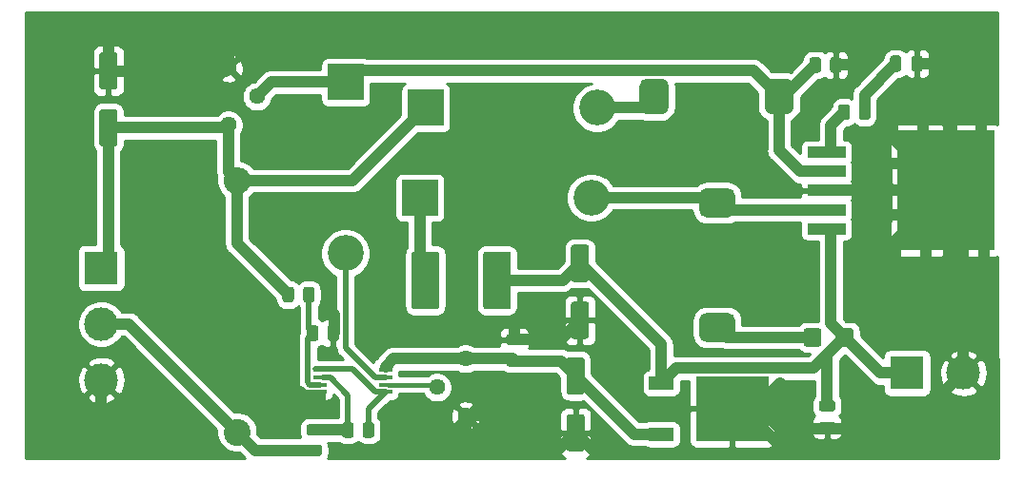
<source format=gbr>
%TF.GenerationSoftware,KiCad,Pcbnew,(5.1.10)-1*%
%TF.CreationDate,2021-08-31T13:48:21-07:00*%
%TF.ProjectId,Power Supply,506f7765-7220-4537-9570-706c792e6b69,rev?*%
%TF.SameCoordinates,Original*%
%TF.FileFunction,Copper,L1,Top*%
%TF.FilePolarity,Positive*%
%FSLAX46Y46*%
G04 Gerber Fmt 4.6, Leading zero omitted, Abs format (unit mm)*
G04 Created by KiCad (PCBNEW (5.1.10)-1) date 2021-08-31 13:48:21*
%MOMM*%
%LPD*%
G01*
G04 APERTURE LIST*
%TA.AperFunction,SMDPad,CuDef*%
%ADD10R,1.200000X0.350000*%
%TD*%
%TA.AperFunction,SMDPad,CuDef*%
%ADD11R,6.400000X5.800000*%
%TD*%
%TA.AperFunction,SMDPad,CuDef*%
%ADD12R,2.200000X1.200000*%
%TD*%
%TA.AperFunction,SMDPad,CuDef*%
%ADD13R,3.400000X1.000000*%
%TD*%
%TA.AperFunction,SMDPad,CuDef*%
%ADD14R,8.600000X10.700000*%
%TD*%
%TA.AperFunction,ComponentPad*%
%ADD15C,1.440000*%
%TD*%
%TA.AperFunction,ComponentPad*%
%ADD16O,2.400000X2.400000*%
%TD*%
%TA.AperFunction,ComponentPad*%
%ADD17C,2.400000*%
%TD*%
%TA.AperFunction,ComponentPad*%
%ADD18C,3.000000*%
%TD*%
%TA.AperFunction,ComponentPad*%
%ADD19R,3.000000X3.000000*%
%TD*%
%TA.AperFunction,ComponentPad*%
%ADD20O,3.200000X3.200000*%
%TD*%
%TA.AperFunction,ComponentPad*%
%ADD21R,3.200000X3.200000*%
%TD*%
%TA.AperFunction,ViaPad*%
%ADD22C,0.800000*%
%TD*%
%TA.AperFunction,Conductor*%
%ADD23C,1.000000*%
%TD*%
%TA.AperFunction,Conductor*%
%ADD24C,0.500000*%
%TD*%
%TA.AperFunction,Conductor*%
%ADD25C,0.400000*%
%TD*%
%TA.AperFunction,Conductor*%
%ADD26C,0.254000*%
%TD*%
%TA.AperFunction,Conductor*%
%ADD27C,0.100000*%
%TD*%
G04 APERTURE END LIST*
D10*
%TO.P,U3,1*%
%TO.N,Net-(R7-Pad2)*%
X200381680Y-64371580D03*
%TO.P,U3,2*%
%TO.N,Net-(R6-Pad2)*%
X200381680Y-65021581D03*
%TO.P,U3,3*%
%TO.N,Net-(R3-Pad2)*%
X200381680Y-65671581D03*
%TO.P,U3,4*%
%TO.N,GND*%
X200381680Y-66321581D03*
%TO.P,U3,5*%
%TO.N,Net-(R7-Pad2)*%
X206231680Y-66321581D03*
%TO.P,U3,6*%
%TO.N,Net-(RV2-Pad2)*%
X206231680Y-65671581D03*
%TO.P,U3,7*%
%TO.N,Net-(D4-Pad2)*%
X206231680Y-65021581D03*
%TO.P,U3,8*%
%TO.N,+3V3*%
X206231680Y-64371580D03*
%TD*%
D11*
%TO.P,U2,2*%
%TO.N,GND*%
X237050000Y-67818000D03*
D12*
%TO.P,U2,3*%
%TO.N,+3V3*%
X230750000Y-70098000D03*
%TO.P,U2,1*%
%TO.N,+BATT*%
X230750000Y-65538000D03*
%TD*%
D13*
%TO.P,U1,1*%
%TO.N,Net-(R1-Pad2)*%
X245432000Y-44987000D03*
%TO.P,U1,2*%
%TO.N,CurrentLimiter*%
X245432000Y-46687000D03*
%TO.P,U1,3*%
%TO.N,GND*%
X245432000Y-48387000D03*
%TO.P,U1,4*%
%TO.N,Net-(D2-Pad2)*%
X245432000Y-50087000D03*
%TO.P,U1,5*%
%TO.N,+BATT*%
X245432000Y-51787000D03*
D14*
%TO.P,U1,6*%
%TO.N,GND*%
X256032000Y-48387000D03*
%TD*%
D15*
%TO.P,Current,3*%
%TO.N,+3V3*%
X213360000Y-63373000D03*
%TO.P,Current,2*%
%TO.N,Net-(RV2-Pad2)*%
X210820000Y-65913000D03*
%TO.P,Current,1*%
%TO.N,GND*%
X213360000Y-68453000D03*
%TD*%
%TO.P,Voltage,3*%
%TO.N,+VDC*%
X192278000Y-42545000D03*
%TO.P,Voltage,2*%
%TO.N,CurrentLimiter*%
X194818000Y-40005000D03*
%TO.P,Voltage,1*%
%TO.N,GND*%
X192278000Y-37465000D03*
%TD*%
%TO.P,R7,2*%
%TO.N,Net-(R7-Pad2)*%
%TA.AperFunction,SMDPad,CuDef*%
G36*
G01*
X204211500Y-70173001D02*
X204211500Y-69272999D01*
G75*
G02*
X204461499Y-69023000I249999J0D01*
G01*
X204986501Y-69023000D01*
G75*
G02*
X205236500Y-69272999I0J-249999D01*
G01*
X205236500Y-70173001D01*
G75*
G02*
X204986501Y-70423000I-249999J0D01*
G01*
X204461499Y-70423000D01*
G75*
G02*
X204211500Y-70173001I0J249999D01*
G01*
G37*
%TD.AperFunction*%
%TO.P,R7,1*%
%TO.N,Net-(R6-Pad2)*%
%TA.AperFunction,SMDPad,CuDef*%
G36*
G01*
X202386500Y-70173001D02*
X202386500Y-69272999D01*
G75*
G02*
X202636499Y-69023000I249999J0D01*
G01*
X203161501Y-69023000D01*
G75*
G02*
X203411500Y-69272999I0J-249999D01*
G01*
X203411500Y-70173001D01*
G75*
G02*
X203161501Y-70423000I-249999J0D01*
G01*
X202636499Y-70423000D01*
G75*
G02*
X202386500Y-70173001I0J249999D01*
G01*
G37*
%TD.AperFunction*%
%TD*%
%TO.P,R6,2*%
%TO.N,Net-(R6-Pad2)*%
%TA.AperFunction,SMDPad,CuDef*%
G36*
G01*
X200348001Y-70212000D02*
X199447999Y-70212000D01*
G75*
G02*
X199198000Y-69962001I0J249999D01*
G01*
X199198000Y-69436999D01*
G75*
G02*
X199447999Y-69187000I249999J0D01*
G01*
X200348001Y-69187000D01*
G75*
G02*
X200598000Y-69436999I0J-249999D01*
G01*
X200598000Y-69962001D01*
G75*
G02*
X200348001Y-70212000I-249999J0D01*
G01*
G37*
%TD.AperFunction*%
%TO.P,R6,1*%
%TO.N,-VDC*%
%TA.AperFunction,SMDPad,CuDef*%
G36*
G01*
X200348001Y-72037000D02*
X199447999Y-72037000D01*
G75*
G02*
X199198000Y-71787001I0J249999D01*
G01*
X199198000Y-71261999D01*
G75*
G02*
X199447999Y-71012000I249999J0D01*
G01*
X200348001Y-71012000D01*
G75*
G02*
X200598000Y-71261999I0J-249999D01*
G01*
X200598000Y-71787001D01*
G75*
G02*
X200348001Y-72037000I-249999J0D01*
G01*
G37*
%TD.AperFunction*%
%TD*%
D16*
%TO.P,R5,2*%
%TO.N,+VDC*%
X193040000Y-47498000D03*
D17*
%TO.P,R5,1*%
%TO.N,-VDC*%
X193040000Y-69898000D03*
%TD*%
%TO.P,R4,2*%
%TO.N,GND*%
%TA.AperFunction,SMDPad,CuDef*%
G36*
G01*
X201083500Y-61537001D02*
X201083500Y-60636999D01*
G75*
G02*
X201333499Y-60387000I249999J0D01*
G01*
X201858501Y-60387000D01*
G75*
G02*
X202108500Y-60636999I0J-249999D01*
G01*
X202108500Y-61537001D01*
G75*
G02*
X201858501Y-61787000I-249999J0D01*
G01*
X201333499Y-61787000D01*
G75*
G02*
X201083500Y-61537001I0J249999D01*
G01*
G37*
%TD.AperFunction*%
%TO.P,R4,1*%
%TO.N,Net-(R3-Pad2)*%
%TA.AperFunction,SMDPad,CuDef*%
G36*
G01*
X199258500Y-61537001D02*
X199258500Y-60636999D01*
G75*
G02*
X199508499Y-60387000I249999J0D01*
G01*
X200033501Y-60387000D01*
G75*
G02*
X200283500Y-60636999I0J-249999D01*
G01*
X200283500Y-61537001D01*
G75*
G02*
X200033501Y-61787000I-249999J0D01*
G01*
X199508499Y-61787000D01*
G75*
G02*
X199258500Y-61537001I0J249999D01*
G01*
G37*
%TD.AperFunction*%
%TD*%
%TO.P,R3,2*%
%TO.N,Net-(R3-Pad2)*%
%TA.AperFunction,SMDPad,CuDef*%
G36*
G01*
X198901000Y-58108001D02*
X198901000Y-57207999D01*
G75*
G02*
X199150999Y-56958000I249999J0D01*
G01*
X199676001Y-56958000D01*
G75*
G02*
X199926000Y-57207999I0J-249999D01*
G01*
X199926000Y-58108001D01*
G75*
G02*
X199676001Y-58358000I-249999J0D01*
G01*
X199150999Y-58358000D01*
G75*
G02*
X198901000Y-58108001I0J249999D01*
G01*
G37*
%TD.AperFunction*%
%TO.P,R3,1*%
%TO.N,+VDC*%
%TA.AperFunction,SMDPad,CuDef*%
G36*
G01*
X197076000Y-58108001D02*
X197076000Y-57207999D01*
G75*
G02*
X197325999Y-56958000I249999J0D01*
G01*
X197851001Y-56958000D01*
G75*
G02*
X198101000Y-57207999I0J-249999D01*
G01*
X198101000Y-58108001D01*
G75*
G02*
X197851001Y-58358000I-249999J0D01*
G01*
X197325999Y-58358000D01*
G75*
G02*
X197076000Y-58108001I0J249999D01*
G01*
G37*
%TD.AperFunction*%
%TD*%
%TO.P,R2,2*%
%TO.N,GND*%
%TA.AperFunction,SMDPad,CuDef*%
G36*
G01*
X245740500Y-37661001D02*
X245740500Y-36760999D01*
G75*
G02*
X245990499Y-36511000I249999J0D01*
G01*
X246515501Y-36511000D01*
G75*
G02*
X246765500Y-36760999I0J-249999D01*
G01*
X246765500Y-37661001D01*
G75*
G02*
X246515501Y-37911000I-249999J0D01*
G01*
X245990499Y-37911000D01*
G75*
G02*
X245740500Y-37661001I0J249999D01*
G01*
G37*
%TD.AperFunction*%
%TO.P,R2,1*%
%TO.N,CurrentLimiter*%
%TA.AperFunction,SMDPad,CuDef*%
G36*
G01*
X243915500Y-37661001D02*
X243915500Y-36760999D01*
G75*
G02*
X244165499Y-36511000I249999J0D01*
G01*
X244690501Y-36511000D01*
G75*
G02*
X244940500Y-36760999I0J-249999D01*
G01*
X244940500Y-37661001D01*
G75*
G02*
X244690501Y-37911000I-249999J0D01*
G01*
X244165499Y-37911000D01*
G75*
G02*
X243915500Y-37661001I0J249999D01*
G01*
G37*
%TD.AperFunction*%
%TD*%
%TO.P,R1,2*%
%TO.N,Net-(R1-Pad2)*%
%TA.AperFunction,SMDPad,CuDef*%
G36*
G01*
X247504000Y-40951999D02*
X247504000Y-41852001D01*
G75*
G02*
X247254001Y-42102000I-249999J0D01*
G01*
X246728999Y-42102000D01*
G75*
G02*
X246479000Y-41852001I0J249999D01*
G01*
X246479000Y-40951999D01*
G75*
G02*
X246728999Y-40702000I249999J0D01*
G01*
X247254001Y-40702000D01*
G75*
G02*
X247504000Y-40951999I0J-249999D01*
G01*
G37*
%TD.AperFunction*%
%TO.P,R1,1*%
%TO.N,Net-(C3-Pad2)*%
%TA.AperFunction,SMDPad,CuDef*%
G36*
G01*
X249329000Y-40951999D02*
X249329000Y-41852001D01*
G75*
G02*
X249079001Y-42102000I-249999J0D01*
G01*
X248553999Y-42102000D01*
G75*
G02*
X248304000Y-41852001I0J249999D01*
G01*
X248304000Y-40951999D01*
G75*
G02*
X248553999Y-40702000I249999J0D01*
G01*
X249079001Y-40702000D01*
G75*
G02*
X249329000Y-40951999I0J-249999D01*
G01*
G37*
%TD.AperFunction*%
%TD*%
%TO.P,L2,2*%
%TO.N,Net-(D3-Pad2)*%
%TA.AperFunction,SMDPad,CuDef*%
G36*
G01*
X231424000Y-39055000D02*
X231424000Y-40955000D01*
G75*
G02*
X230774000Y-41605000I-650000J0D01*
G01*
X229474000Y-41605000D01*
G75*
G02*
X228824000Y-40955000I0J650000D01*
G01*
X228824000Y-39055000D01*
G75*
G02*
X229474000Y-38405000I650000J0D01*
G01*
X230774000Y-38405000D01*
G75*
G02*
X231424000Y-39055000I0J-650000D01*
G01*
G37*
%TD.AperFunction*%
%TO.P,L2,1*%
%TO.N,CurrentLimiter*%
%TA.AperFunction,SMDPad,CuDef*%
G36*
G01*
X242524000Y-39055000D02*
X242524000Y-40955000D01*
G75*
G02*
X241874000Y-41605000I-650000J0D01*
G01*
X240574000Y-41605000D01*
G75*
G02*
X239924000Y-40955000I0J650000D01*
G01*
X239924000Y-39055000D01*
G75*
G02*
X240574000Y-38405000I650000J0D01*
G01*
X241874000Y-38405000D01*
G75*
G02*
X242524000Y-39055000I0J-650000D01*
G01*
G37*
%TD.AperFunction*%
%TD*%
%TO.P,L1,2*%
%TO.N,Net-(D2-Pad2)*%
%TA.AperFunction,SMDPad,CuDef*%
G36*
G01*
X236662000Y-50779000D02*
X234762000Y-50779000D01*
G75*
G02*
X234112000Y-50129000I0J650000D01*
G01*
X234112000Y-48829000D01*
G75*
G02*
X234762000Y-48179000I650000J0D01*
G01*
X236662000Y-48179000D01*
G75*
G02*
X237312000Y-48829000I0J-650000D01*
G01*
X237312000Y-50129000D01*
G75*
G02*
X236662000Y-50779000I-650000J0D01*
G01*
G37*
%TD.AperFunction*%
%TO.P,L1,1*%
%TO.N,Net-(F1-Pad1)*%
%TA.AperFunction,SMDPad,CuDef*%
G36*
G01*
X236662000Y-61879000D02*
X234762000Y-61879000D01*
G75*
G02*
X234112000Y-61229000I0J650000D01*
G01*
X234112000Y-59929000D01*
G75*
G02*
X234762000Y-59279000I650000J0D01*
G01*
X236662000Y-59279000D01*
G75*
G02*
X237312000Y-59929000I0J-650000D01*
G01*
X237312000Y-61229000D01*
G75*
G02*
X236662000Y-61879000I-650000J0D01*
G01*
G37*
%TD.AperFunction*%
%TD*%
D18*
%TO.P,GND    -     +,3*%
%TO.N,GND*%
X180975000Y-65278000D03*
%TO.P,GND    -     +,2*%
%TO.N,-VDC*%
X180975000Y-60278000D03*
D19*
%TO.P,GND    -     +,1*%
%TO.N,+VDC*%
X180975000Y-55278000D03*
%TD*%
D18*
%TO.P,+     -,2*%
%TO.N,GND*%
X257603000Y-64643000D03*
D19*
%TO.P,+     -,1*%
%TO.N,+BATT*%
X252603000Y-64643000D03*
%TD*%
%TO.P,F1,2*%
%TO.N,+BATT*%
%TA.AperFunction,SMDPad,CuDef*%
G36*
G01*
X246243000Y-62043000D02*
X246243000Y-60893000D01*
G75*
G02*
X246493000Y-60643000I250000J0D01*
G01*
X247593000Y-60643000D01*
G75*
G02*
X247843000Y-60893000I0J-250000D01*
G01*
X247843000Y-62043000D01*
G75*
G02*
X247593000Y-62293000I-250000J0D01*
G01*
X246493000Y-62293000D01*
G75*
G02*
X246243000Y-62043000I0J250000D01*
G01*
G37*
%TD.AperFunction*%
%TO.P,F1,1*%
%TO.N,Net-(F1-Pad1)*%
%TA.AperFunction,SMDPad,CuDef*%
G36*
G01*
X243393000Y-62043000D02*
X243393000Y-60893000D01*
G75*
G02*
X243643000Y-60643000I250000J0D01*
G01*
X244743000Y-60643000D01*
G75*
G02*
X244993000Y-60893000I0J-250000D01*
G01*
X244993000Y-62043000D01*
G75*
G02*
X244743000Y-62293000I-250000J0D01*
G01*
X243643000Y-62293000D01*
G75*
G02*
X243393000Y-62043000I0J250000D01*
G01*
G37*
%TD.AperFunction*%
%TD*%
D20*
%TO.P,D4,2*%
%TO.N,Net-(D4-Pad2)*%
X202692000Y-53975000D03*
D21*
%TO.P,D4,1*%
%TO.N,CurrentLimiter*%
X202692000Y-38735000D03*
%TD*%
D20*
%TO.P,D3,2*%
%TO.N,Net-(D3-Pad2)*%
X225044000Y-41021000D03*
D21*
%TO.P,D3,1*%
%TO.N,+VDC*%
X209804000Y-41021000D03*
%TD*%
D20*
%TO.P,D2,2*%
%TO.N,Net-(D2-Pad2)*%
X224536000Y-49022000D03*
D21*
%TO.P,D2,1*%
%TO.N,Net-(D1-Pad1)*%
X209296000Y-49022000D03*
%TD*%
%TO.P,D1,2*%
%TO.N,+BATT*%
%TA.AperFunction,SMDPad,CuDef*%
G36*
G01*
X214916500Y-58713001D02*
X214916500Y-54062999D01*
G75*
G02*
X215166499Y-53813000I249999J0D01*
G01*
X217141501Y-53813000D01*
G75*
G02*
X217391500Y-54062999I0J-249999D01*
G01*
X217391500Y-58713001D01*
G75*
G02*
X217141501Y-58963000I-249999J0D01*
G01*
X215166499Y-58963000D01*
G75*
G02*
X214916500Y-58713001I0J249999D01*
G01*
G37*
%TD.AperFunction*%
%TO.P,D1,1*%
%TO.N,Net-(D1-Pad1)*%
%TA.AperFunction,SMDPad,CuDef*%
G36*
G01*
X208541500Y-58713001D02*
X208541500Y-54062999D01*
G75*
G02*
X208791499Y-53813000I249999J0D01*
G01*
X210766501Y-53813000D01*
G75*
G02*
X211016500Y-54062999I0J-249999D01*
G01*
X211016500Y-58713001D01*
G75*
G02*
X210766501Y-58963000I-249999J0D01*
G01*
X208791499Y-58963000D01*
G75*
G02*
X208541500Y-58713001I0J249999D01*
G01*
G37*
%TD.AperFunction*%
%TD*%
%TO.P,C6,2*%
%TO.N,GND*%
%TA.AperFunction,SMDPad,CuDef*%
G36*
G01*
X222589000Y-68309500D02*
X223689000Y-68309500D01*
G75*
G02*
X223939000Y-68559500I0J-250000D01*
G01*
X223939000Y-71384500D01*
G75*
G02*
X223689000Y-71634500I-250000J0D01*
G01*
X222589000Y-71634500D01*
G75*
G02*
X222339000Y-71384500I0J250000D01*
G01*
X222339000Y-68559500D01*
G75*
G02*
X222589000Y-68309500I250000J0D01*
G01*
G37*
%TD.AperFunction*%
%TO.P,C6,1*%
%TO.N,+3V3*%
%TA.AperFunction,SMDPad,CuDef*%
G36*
G01*
X222589000Y-63234500D02*
X223689000Y-63234500D01*
G75*
G02*
X223939000Y-63484500I0J-250000D01*
G01*
X223939000Y-66309500D01*
G75*
G02*
X223689000Y-66559500I-250000J0D01*
G01*
X222589000Y-66559500D01*
G75*
G02*
X222339000Y-66309500I0J250000D01*
G01*
X222339000Y-63484500D01*
G75*
G02*
X222589000Y-63234500I250000J0D01*
G01*
G37*
%TD.AperFunction*%
%TD*%
%TO.P,C5,2*%
%TO.N,GND*%
%TA.AperFunction,SMDPad,CuDef*%
G36*
G01*
X218153000Y-62161000D02*
X217203000Y-62161000D01*
G75*
G02*
X216953000Y-61911000I0J250000D01*
G01*
X216953000Y-61411000D01*
G75*
G02*
X217203000Y-61161000I250000J0D01*
G01*
X218153000Y-61161000D01*
G75*
G02*
X218403000Y-61411000I0J-250000D01*
G01*
X218403000Y-61911000D01*
G75*
G02*
X218153000Y-62161000I-250000J0D01*
G01*
G37*
%TD.AperFunction*%
%TO.P,C5,1*%
%TO.N,+3V3*%
%TA.AperFunction,SMDPad,CuDef*%
G36*
G01*
X218153000Y-64061000D02*
X217203000Y-64061000D01*
G75*
G02*
X216953000Y-63811000I0J250000D01*
G01*
X216953000Y-63311000D01*
G75*
G02*
X217203000Y-63061000I250000J0D01*
G01*
X218153000Y-63061000D01*
G75*
G02*
X218403000Y-63311000I0J-250000D01*
G01*
X218403000Y-63811000D01*
G75*
G02*
X218153000Y-64061000I-250000J0D01*
G01*
G37*
%TD.AperFunction*%
%TD*%
%TO.P,C4,2*%
%TO.N,GND*%
%TA.AperFunction,SMDPad,CuDef*%
G36*
G01*
X182160000Y-39386500D02*
X181060000Y-39386500D01*
G75*
G02*
X180810000Y-39136500I0J250000D01*
G01*
X180810000Y-36311500D01*
G75*
G02*
X181060000Y-36061500I250000J0D01*
G01*
X182160000Y-36061500D01*
G75*
G02*
X182410000Y-36311500I0J-250000D01*
G01*
X182410000Y-39136500D01*
G75*
G02*
X182160000Y-39386500I-250000J0D01*
G01*
G37*
%TD.AperFunction*%
%TO.P,C4,1*%
%TO.N,+VDC*%
%TA.AperFunction,SMDPad,CuDef*%
G36*
G01*
X182160000Y-44461500D02*
X181060000Y-44461500D01*
G75*
G02*
X180810000Y-44211500I0J250000D01*
G01*
X180810000Y-41386500D01*
G75*
G02*
X181060000Y-41136500I250000J0D01*
G01*
X182160000Y-41136500D01*
G75*
G02*
X182410000Y-41386500I0J-250000D01*
G01*
X182410000Y-44211500D01*
G75*
G02*
X182160000Y-44461500I-250000J0D01*
G01*
G37*
%TD.AperFunction*%
%TD*%
%TO.P,C3,2*%
%TO.N,Net-(C3-Pad2)*%
%TA.AperFunction,SMDPad,CuDef*%
G36*
G01*
X252092000Y-36609000D02*
X252092000Y-37559000D01*
G75*
G02*
X251842000Y-37809000I-250000J0D01*
G01*
X251342000Y-37809000D01*
G75*
G02*
X251092000Y-37559000I0J250000D01*
G01*
X251092000Y-36609000D01*
G75*
G02*
X251342000Y-36359000I250000J0D01*
G01*
X251842000Y-36359000D01*
G75*
G02*
X252092000Y-36609000I0J-250000D01*
G01*
G37*
%TD.AperFunction*%
%TO.P,C3,1*%
%TO.N,GND*%
%TA.AperFunction,SMDPad,CuDef*%
G36*
G01*
X253992000Y-36609000D02*
X253992000Y-37559000D01*
G75*
G02*
X253742000Y-37809000I-250000J0D01*
G01*
X253242000Y-37809000D01*
G75*
G02*
X252992000Y-37559000I0J250000D01*
G01*
X252992000Y-36609000D01*
G75*
G02*
X253242000Y-36359000I250000J0D01*
G01*
X253742000Y-36359000D01*
G75*
G02*
X253992000Y-36609000I0J-250000D01*
G01*
G37*
%TD.AperFunction*%
%TD*%
%TO.P,C2,2*%
%TO.N,GND*%
%TA.AperFunction,SMDPad,CuDef*%
G36*
G01*
X222970000Y-58279000D02*
X224070000Y-58279000D01*
G75*
G02*
X224320000Y-58529000I0J-250000D01*
G01*
X224320000Y-61354000D01*
G75*
G02*
X224070000Y-61604000I-250000J0D01*
G01*
X222970000Y-61604000D01*
G75*
G02*
X222720000Y-61354000I0J250000D01*
G01*
X222720000Y-58529000D01*
G75*
G02*
X222970000Y-58279000I250000J0D01*
G01*
G37*
%TD.AperFunction*%
%TO.P,C2,1*%
%TO.N,+BATT*%
%TA.AperFunction,SMDPad,CuDef*%
G36*
G01*
X222970000Y-53204000D02*
X224070000Y-53204000D01*
G75*
G02*
X224320000Y-53454000I0J-250000D01*
G01*
X224320000Y-56279000D01*
G75*
G02*
X224070000Y-56529000I-250000J0D01*
G01*
X222970000Y-56529000D01*
G75*
G02*
X222720000Y-56279000I0J250000D01*
G01*
X222720000Y-53454000D01*
G75*
G02*
X222970000Y-53204000I250000J0D01*
G01*
G37*
%TD.AperFunction*%
%TD*%
%TO.P,C1,2*%
%TO.N,+BATT*%
%TA.AperFunction,SMDPad,CuDef*%
G36*
G01*
X245966000Y-68069000D02*
X245016000Y-68069000D01*
G75*
G02*
X244766000Y-67819000I0J250000D01*
G01*
X244766000Y-67319000D01*
G75*
G02*
X245016000Y-67069000I250000J0D01*
G01*
X245966000Y-67069000D01*
G75*
G02*
X246216000Y-67319000I0J-250000D01*
G01*
X246216000Y-67819000D01*
G75*
G02*
X245966000Y-68069000I-250000J0D01*
G01*
G37*
%TD.AperFunction*%
%TO.P,C1,1*%
%TO.N,GND*%
%TA.AperFunction,SMDPad,CuDef*%
G36*
G01*
X245966000Y-69969000D02*
X245016000Y-69969000D01*
G75*
G02*
X244766000Y-69719000I0J250000D01*
G01*
X244766000Y-69219000D01*
G75*
G02*
X245016000Y-68969000I250000J0D01*
G01*
X245966000Y-68969000D01*
G75*
G02*
X246216000Y-69219000I0J-250000D01*
G01*
X246216000Y-69719000D01*
G75*
G02*
X245966000Y-69969000I-250000J0D01*
G01*
G37*
%TD.AperFunction*%
%TD*%
D22*
%TO.N,GND*%
X259207000Y-41656000D03*
X256540000Y-41656000D03*
X254000000Y-41656000D03*
X251333000Y-41656000D03*
X248539000Y-48387000D03*
X259461000Y-54864000D03*
X256794000Y-54864000D03*
X254254000Y-54864000D03*
X251587000Y-54864000D03*
X251206000Y-43815000D03*
X251206000Y-45974000D03*
X251206000Y-48260000D03*
X251206000Y-50546000D03*
X254762000Y-37084000D03*
X247523000Y-37211000D03*
X259207000Y-39497000D03*
X256667000Y-39243000D03*
X254000000Y-39370000D03*
X256667000Y-37084000D03*
X259207000Y-37211000D03*
X259207000Y-34417000D03*
X256667000Y-34417000D03*
X254000000Y-34417000D03*
X251460000Y-34417000D03*
X249174000Y-34417000D03*
X246761000Y-34417000D03*
X243967000Y-34417000D03*
X243713000Y-41656000D03*
X249174000Y-37211000D03*
X181610000Y-35179000D03*
X192278000Y-35687000D03*
X190373000Y-37465000D03*
X180975000Y-68707000D03*
X200406000Y-67183000D03*
X198628000Y-66294000D03*
X213360000Y-70485000D03*
X216027000Y-68453000D03*
X219837000Y-71501000D03*
X226695000Y-71628000D03*
X241300000Y-65532000D03*
X241300000Y-66929000D03*
X241300000Y-68326000D03*
X241300000Y-69596000D03*
X241300000Y-71120000D03*
X243205000Y-69596000D03*
X247777000Y-69469000D03*
X201676000Y-59436000D03*
X221615000Y-61468000D03*
X217678000Y-60325000D03*
X219964000Y-61595000D03*
X217043000Y-34417000D03*
X219329000Y-34417000D03*
X211836000Y-34417000D03*
X224536000Y-34417000D03*
X214630000Y-34417000D03*
X221869000Y-34417000D03*
X227076000Y-34417000D03*
X209931000Y-34417000D03*
X199898000Y-34417000D03*
X197485000Y-34417000D03*
X207391000Y-34417000D03*
X194691000Y-34417000D03*
X204724000Y-34417000D03*
X202184000Y-34417000D03*
X190246000Y-34417000D03*
X182753000Y-34417000D03*
X192786000Y-34417000D03*
X187579000Y-34417000D03*
X177546000Y-34417000D03*
X180340000Y-34417000D03*
X185039000Y-34417000D03*
X175514000Y-49911000D03*
X175514000Y-34417000D03*
X175514000Y-44450000D03*
X175514000Y-36957000D03*
X175514000Y-39624000D03*
X175514000Y-46863000D03*
X175514000Y-42164000D03*
X187071000Y-69977000D03*
X182372000Y-69977000D03*
X179832000Y-69977000D03*
X177165000Y-69977000D03*
X174625000Y-69977000D03*
X184658000Y-69977000D03*
X187071000Y-71501000D03*
X179832000Y-71501000D03*
X174625000Y-71501000D03*
X184658000Y-71501000D03*
X177165000Y-71501000D03*
X182372000Y-71501000D03*
X177800000Y-49911000D03*
X177800000Y-46863000D03*
X177800000Y-44450000D03*
X183896000Y-44577000D03*
X183896000Y-50038000D03*
X183896000Y-46990000D03*
X186817000Y-46990000D03*
X186817000Y-50038000D03*
X186817000Y-44577000D03*
X206883000Y-55626000D03*
X206883000Y-58674000D03*
X206883000Y-53213000D03*
X198120000Y-51435000D03*
X198120000Y-53721000D03*
X198120000Y-49022000D03*
X198247000Y-43307000D03*
X198247000Y-40894000D03*
X198247000Y-45593000D03*
X210947000Y-72009000D03*
X213360000Y-72009000D03*
X215646000Y-72009000D03*
X218059000Y-67183000D03*
X218059000Y-71882000D03*
X218059000Y-69469000D03*
X208153000Y-67310000D03*
X208153000Y-72009000D03*
X208153000Y-69596000D03*
X248031000Y-71755000D03*
X243332000Y-71755000D03*
X245745000Y-71755000D03*
X247777000Y-54229000D03*
X247777000Y-56515000D03*
X247777000Y-58928000D03*
X243840000Y-58801000D03*
X243840000Y-56388000D03*
X243840000Y-54102000D03*
%TD*%
D23*
%TO.N,GND*%
X259207000Y-45212000D02*
X256032000Y-48387000D01*
X259207000Y-41656000D02*
X259207000Y-45212000D01*
X256540000Y-47879000D02*
X256032000Y-48387000D01*
X256540000Y-41656000D02*
X256540000Y-47879000D01*
X254000000Y-46355000D02*
X256032000Y-48387000D01*
X254000000Y-41656000D02*
X254000000Y-46355000D01*
X251333000Y-43688000D02*
X256032000Y-48387000D01*
X251333000Y-41656000D02*
X251333000Y-43688000D01*
X251587000Y-52832000D02*
X256032000Y-48387000D01*
X251587000Y-54864000D02*
X251587000Y-52832000D01*
X254254000Y-50165000D02*
X256032000Y-48387000D01*
X254254000Y-54864000D02*
X254254000Y-50165000D01*
X256794000Y-49149000D02*
X256032000Y-48387000D01*
X256794000Y-54864000D02*
X256794000Y-49149000D01*
X259461000Y-51816000D02*
X256032000Y-48387000D01*
X259461000Y-54864000D02*
X259461000Y-51816000D01*
X253619000Y-45974000D02*
X256032000Y-48387000D01*
X251206000Y-45974000D02*
X253619000Y-45974000D01*
X251079000Y-48260000D02*
X250952000Y-48387000D01*
X251206000Y-48260000D02*
X251079000Y-48260000D01*
X250952000Y-48387000D02*
X256032000Y-48387000D01*
X245432000Y-48387000D02*
X250952000Y-48387000D01*
X253873000Y-50546000D02*
X256032000Y-48387000D01*
X251206000Y-50546000D02*
X253873000Y-50546000D01*
X253492000Y-37084000D02*
X254762000Y-37084000D01*
X246253000Y-37211000D02*
X247523000Y-37211000D01*
X181610000Y-35179000D02*
X181610000Y-37724000D01*
X190373000Y-37465000D02*
X192278000Y-37465000D01*
X192278000Y-35687000D02*
X192278000Y-37465000D01*
X192019000Y-37724000D02*
X192278000Y-37465000D01*
X181610000Y-37724000D02*
X192019000Y-37724000D01*
X201676000Y-61007000D02*
X201596000Y-61087000D01*
X201676000Y-59436000D02*
X201676000Y-61007000D01*
X180975000Y-65278000D02*
X180975000Y-68707000D01*
X200381680Y-66650680D02*
X200381680Y-66621591D01*
X200406000Y-66675000D02*
X200381680Y-66650680D01*
X200406000Y-67183000D02*
X200406000Y-66675000D01*
X199009000Y-66675000D02*
X200406000Y-66675000D01*
X198628000Y-66294000D02*
X199009000Y-66675000D01*
X213360000Y-68453000D02*
X213360000Y-70485000D01*
X213360000Y-68453000D02*
X216027000Y-68453000D01*
X221610000Y-71501000D02*
X223139000Y-69972000D01*
X219837000Y-71501000D02*
X221610000Y-71501000D01*
X224795000Y-71628000D02*
X223139000Y-69972000D01*
X226695000Y-71628000D02*
X224795000Y-71628000D01*
X217678000Y-61661000D02*
X217678000Y-60325000D01*
X221800500Y-61661000D02*
X223520000Y-59941500D01*
X217678000Y-61661000D02*
X221800500Y-61661000D01*
X239014000Y-67818000D02*
X241300000Y-65532000D01*
X237050000Y-67818000D02*
X239014000Y-67818000D01*
X240411000Y-67818000D02*
X241300000Y-66929000D01*
X237050000Y-67818000D02*
X240411000Y-67818000D01*
X240792000Y-67818000D02*
X241300000Y-68326000D01*
X237050000Y-67818000D02*
X240792000Y-67818000D01*
X239522000Y-67818000D02*
X241300000Y-69596000D01*
X237050000Y-67818000D02*
X239522000Y-67818000D01*
X237998000Y-67818000D02*
X241300000Y-71120000D01*
X237050000Y-67818000D02*
X237998000Y-67818000D01*
X247650000Y-69596000D02*
X247777000Y-69469000D01*
X241300000Y-69596000D02*
X247650000Y-69596000D01*
X252777000Y-69469000D02*
X257603000Y-64643000D01*
X247777000Y-69469000D02*
X252777000Y-69469000D01*
X257603000Y-49958000D02*
X256032000Y-48387000D01*
X257603000Y-64643000D02*
X257603000Y-49958000D01*
%TO.N,Net-(C3-Pad2)*%
X248816500Y-39859500D02*
X251592000Y-37084000D01*
X248816500Y-41402000D02*
X248816500Y-39859500D01*
%TO.N,+VDC*%
X203327000Y-47498000D02*
X193040000Y-47498000D01*
X209804000Y-41021000D02*
X203327000Y-47498000D01*
X192024000Y-42799000D02*
X192278000Y-42545000D01*
X181610000Y-42799000D02*
X192024000Y-42799000D01*
X192278000Y-46736000D02*
X193040000Y-47498000D01*
X192278000Y-42545000D02*
X192278000Y-46736000D01*
X181610000Y-54643000D02*
X180975000Y-55278000D01*
X181610000Y-42799000D02*
X181610000Y-54643000D01*
X193040000Y-53109500D02*
X197588500Y-57658000D01*
X193040000Y-47498000D02*
X193040000Y-53109500D01*
%TO.N,+3V3*%
X206930251Y-63373000D02*
X206231680Y-64071571D01*
X213360000Y-63373000D02*
X206930251Y-63373000D01*
X217490000Y-63373000D02*
X217678000Y-63561000D01*
X213360000Y-63373000D02*
X217490000Y-63373000D01*
X221803000Y-63561000D02*
X223139000Y-64897000D01*
X217678000Y-63561000D02*
X221803000Y-63561000D01*
X228340000Y-70098000D02*
X223139000Y-64897000D01*
X230750000Y-70098000D02*
X228340000Y-70098000D01*
%TO.N,Net-(D1-Pad1)*%
X209296000Y-55905000D02*
X209779000Y-56388000D01*
X209296000Y-49022000D02*
X209296000Y-55905000D01*
%TO.N,Net-(D2-Pad2)*%
X235255000Y-49022000D02*
X235712000Y-49479000D01*
X224536000Y-49022000D02*
X235255000Y-49022000D01*
X236320000Y-50087000D02*
X245813000Y-50087000D01*
X235712000Y-49479000D02*
X236320000Y-50087000D01*
%TO.N,Net-(D3-Pad2)*%
X229108000Y-41021000D02*
X230124000Y-40005000D01*
X225044000Y-41021000D02*
X229108000Y-41021000D01*
D24*
%TO.N,Net-(D4-Pad2)*%
X205296679Y-65021581D02*
X206231680Y-65021581D01*
X202692000Y-62416902D02*
X205296679Y-65021581D01*
X202692000Y-53975000D02*
X202692000Y-62416902D01*
D23*
%TO.N,CurrentLimiter*%
X243113000Y-46687000D02*
X245813000Y-46687000D01*
X241224000Y-44798000D02*
X243113000Y-46687000D01*
X241224000Y-40005000D02*
X241224000Y-44798000D01*
X241634000Y-40005000D02*
X244428000Y-37211000D01*
X241224000Y-40005000D02*
X241634000Y-40005000D01*
X203722010Y-37704990D02*
X202692000Y-38735000D01*
X238923990Y-37704990D02*
X203722010Y-37704990D01*
X241224000Y-40005000D02*
X238923990Y-37704990D01*
X196088000Y-38735000D02*
X194818000Y-40005000D01*
X202692000Y-38735000D02*
X196088000Y-38735000D01*
%TO.N,+BATT*%
X252095000Y-64135000D02*
X252603000Y-64643000D01*
X245491000Y-67569000D02*
X245491000Y-63020000D01*
X250218000Y-64643000D02*
X247043000Y-61468000D01*
X252603000Y-64643000D02*
X250218000Y-64643000D01*
X245813000Y-60238000D02*
X247043000Y-61468000D01*
X245813000Y-51787000D02*
X245813000Y-60238000D01*
X230750000Y-62096500D02*
X230750000Y-65538000D01*
X223520000Y-54866500D02*
X230750000Y-62096500D01*
X221998500Y-56388000D02*
X223520000Y-54866500D01*
X216154000Y-56388000D02*
X221998500Y-56388000D01*
X244293001Y-64217999D02*
X246267000Y-62244000D01*
X232070001Y-64217999D02*
X244293001Y-64217999D01*
X230750000Y-65538000D02*
X232070001Y-64217999D01*
X246267000Y-62244000D02*
X247043000Y-61468000D01*
X245491000Y-63020000D02*
X246267000Y-62244000D01*
%TO.N,-VDC*%
X183420000Y-60278000D02*
X193040000Y-69898000D01*
X180975000Y-60278000D02*
X183420000Y-60278000D01*
X194666500Y-71524500D02*
X199898000Y-71524500D01*
X193040000Y-69898000D02*
X194666500Y-71524500D01*
%TO.N,Net-(R1-Pad2)*%
X245813000Y-42580500D02*
X246991500Y-41402000D01*
X245813000Y-44987000D02*
X245813000Y-42580500D01*
D24*
%TO.N,Net-(R3-Pad2)*%
X199413500Y-57658000D02*
X199390000Y-57658000D01*
X199413500Y-60729500D02*
X199771000Y-61087000D01*
X199413500Y-57658000D02*
X199413500Y-60729500D01*
X199331679Y-65473679D02*
X199529581Y-65671581D01*
X199331679Y-61526321D02*
X199331679Y-65473679D01*
X199529581Y-65671581D02*
X200381680Y-65671581D01*
X199771000Y-61087000D02*
X199331679Y-61526321D01*
D23*
%TO.N,Net-(R6-Pad2)*%
X202875500Y-69699500D02*
X202899000Y-69723000D01*
X199898000Y-69699500D02*
X202875500Y-69699500D01*
D24*
X200721643Y-65021581D02*
X200696643Y-64996581D01*
X201316682Y-65021581D02*
X200721643Y-65021581D01*
X202899000Y-66603899D02*
X201316682Y-65021581D01*
X202899000Y-69723000D02*
X202899000Y-66603899D01*
%TO.N,Net-(R7-Pad2)*%
X203271670Y-64296573D02*
X200031689Y-64296573D01*
X205296678Y-66321581D02*
X203271670Y-64296573D01*
X206231680Y-66321581D02*
X205296678Y-66321581D01*
X204724000Y-67829261D02*
X206231680Y-66321581D01*
X204724000Y-69723000D02*
X204724000Y-67829261D01*
D25*
%TO.N,Net-(RV2-Pad2)*%
X210578581Y-65671581D02*
X206500932Y-65671581D01*
X210820000Y-65913000D02*
X210578581Y-65671581D01*
D23*
%TO.N,Net-(F1-Pad1)*%
X236601000Y-61468000D02*
X235712000Y-60579000D01*
X244193000Y-61468000D02*
X236601000Y-61468000D01*
%TD*%
D26*
%TO.N,GND*%
X260610897Y-42466055D02*
X260576180Y-42447498D01*
X260456482Y-42411188D01*
X260332000Y-42398928D01*
X256317750Y-42402000D01*
X256159000Y-42560750D01*
X256159000Y-48260000D01*
X256179000Y-48260000D01*
X256179000Y-48514000D01*
X256159000Y-48514000D01*
X256159000Y-54213250D01*
X256317750Y-54372000D01*
X260332000Y-54375072D01*
X260456482Y-54362812D01*
X260576180Y-54326502D01*
X260647841Y-54288198D01*
X260703935Y-72238000D01*
X224137035Y-72238000D01*
X224183180Y-72224002D01*
X224293494Y-72165037D01*
X224390185Y-72085685D01*
X224469537Y-71988994D01*
X224528502Y-71878680D01*
X224564812Y-71758982D01*
X224577072Y-71634500D01*
X224574000Y-70257750D01*
X224415250Y-70099000D01*
X223266000Y-70099000D01*
X223266000Y-70119000D01*
X223012000Y-70119000D01*
X223012000Y-70099000D01*
X221862750Y-70099000D01*
X221704000Y-70257750D01*
X221700928Y-71634500D01*
X221713188Y-71758982D01*
X221749498Y-71878680D01*
X221808463Y-71988994D01*
X221887815Y-72085685D01*
X221984506Y-72165037D01*
X222094820Y-72224002D01*
X222140965Y-72238000D01*
X201109061Y-72238000D01*
X201168472Y-72126851D01*
X201219008Y-71960255D01*
X201236072Y-71787001D01*
X201236072Y-71261999D01*
X201219008Y-71088745D01*
X201168472Y-70922149D01*
X201121622Y-70834500D01*
X202049404Y-70834500D01*
X202143113Y-70911405D01*
X202296649Y-70993472D01*
X202463245Y-71044008D01*
X202636499Y-71061072D01*
X203161501Y-71061072D01*
X203334755Y-71044008D01*
X203501351Y-70993472D01*
X203654887Y-70911405D01*
X203789462Y-70800962D01*
X203811500Y-70774109D01*
X203833538Y-70800962D01*
X203968113Y-70911405D01*
X204121649Y-70993472D01*
X204288245Y-71044008D01*
X204461499Y-71061072D01*
X204986501Y-71061072D01*
X205159755Y-71044008D01*
X205326351Y-70993472D01*
X205479887Y-70911405D01*
X205614462Y-70800962D01*
X205724905Y-70666387D01*
X205806972Y-70512851D01*
X205857508Y-70346255D01*
X205874572Y-70173001D01*
X205874572Y-69388560D01*
X212604045Y-69388560D01*
X212665932Y-69624368D01*
X212907790Y-69737266D01*
X213167027Y-69800811D01*
X213433680Y-69812561D01*
X213697501Y-69772063D01*
X213948353Y-69680875D01*
X214054068Y-69624368D01*
X214115955Y-69388560D01*
X213360000Y-68632605D01*
X212604045Y-69388560D01*
X205874572Y-69388560D01*
X205874572Y-69272999D01*
X205857508Y-69099745D01*
X205806972Y-68933149D01*
X205724905Y-68779613D01*
X205614462Y-68645038D01*
X205609000Y-68640555D01*
X205609000Y-68526680D01*
X212000439Y-68526680D01*
X212040937Y-68790501D01*
X212132125Y-69041353D01*
X212188632Y-69147068D01*
X212424440Y-69208955D01*
X213180395Y-68453000D01*
X213539605Y-68453000D01*
X214295560Y-69208955D01*
X214531368Y-69147068D01*
X214644266Y-68905210D01*
X214707811Y-68645973D01*
X214719561Y-68379320D01*
X214708844Y-68309500D01*
X221700928Y-68309500D01*
X221704000Y-69686250D01*
X221862750Y-69845000D01*
X223012000Y-69845000D01*
X223012000Y-67833250D01*
X223266000Y-67833250D01*
X223266000Y-69845000D01*
X224415250Y-69845000D01*
X224574000Y-69686250D01*
X224577072Y-68309500D01*
X224564812Y-68185018D01*
X224528502Y-68065320D01*
X224469537Y-67955006D01*
X224390185Y-67858315D01*
X224293494Y-67778963D01*
X224183180Y-67719998D01*
X224063482Y-67683688D01*
X223939000Y-67671428D01*
X223424750Y-67674500D01*
X223266000Y-67833250D01*
X223012000Y-67833250D01*
X222853250Y-67674500D01*
X222339000Y-67671428D01*
X222214518Y-67683688D01*
X222094820Y-67719998D01*
X221984506Y-67778963D01*
X221887815Y-67858315D01*
X221808463Y-67955006D01*
X221749498Y-68065320D01*
X221713188Y-68185018D01*
X221700928Y-68309500D01*
X214708844Y-68309500D01*
X214679063Y-68115499D01*
X214587875Y-67864647D01*
X214531368Y-67758932D01*
X214295560Y-67697045D01*
X213539605Y-68453000D01*
X213180395Y-68453000D01*
X212424440Y-67697045D01*
X212188632Y-67758932D01*
X212075734Y-68000790D01*
X212012189Y-68260027D01*
X212000439Y-68526680D01*
X205609000Y-68526680D01*
X205609000Y-68195839D01*
X206287399Y-67517440D01*
X212604045Y-67517440D01*
X213360000Y-68273395D01*
X214115955Y-67517440D01*
X214054068Y-67281632D01*
X213812210Y-67168734D01*
X213552973Y-67105189D01*
X213286320Y-67093439D01*
X213022499Y-67133937D01*
X212771647Y-67225125D01*
X212665932Y-67281632D01*
X212604045Y-67517440D01*
X206287399Y-67517440D01*
X206670187Y-67134653D01*
X206831680Y-67134653D01*
X206956162Y-67122393D01*
X207075860Y-67086083D01*
X207186174Y-67027118D01*
X207282865Y-66947766D01*
X207362217Y-66851075D01*
X207421182Y-66740761D01*
X207457492Y-66621063D01*
X207468767Y-66506581D01*
X209599228Y-66506581D01*
X209619215Y-66554833D01*
X209767503Y-66776762D01*
X209956238Y-66965497D01*
X210178167Y-67113785D01*
X210424761Y-67215928D01*
X210686544Y-67268000D01*
X210953456Y-67268000D01*
X211215239Y-67215928D01*
X211461833Y-67113785D01*
X211683762Y-66965497D01*
X211872497Y-66776762D01*
X212020785Y-66554833D01*
X212122928Y-66308239D01*
X212175000Y-66046456D01*
X212175000Y-65779544D01*
X212122928Y-65517761D01*
X212020785Y-65271167D01*
X211872497Y-65049238D01*
X211683762Y-64860503D01*
X211461833Y-64712215D01*
X211215239Y-64610072D01*
X210953456Y-64558000D01*
X210686544Y-64558000D01*
X210424761Y-64610072D01*
X210178167Y-64712215D01*
X209992040Y-64836581D01*
X207468767Y-64836581D01*
X207457492Y-64722099D01*
X207449751Y-64696581D01*
X207457492Y-64671062D01*
X207469752Y-64546580D01*
X207469752Y-64508000D01*
X212619713Y-64508000D01*
X212718167Y-64573785D01*
X212964761Y-64675928D01*
X213226544Y-64728000D01*
X213493456Y-64728000D01*
X213755239Y-64675928D01*
X214001833Y-64573785D01*
X214100287Y-64508000D01*
X216659162Y-64508000D01*
X216709614Y-64549405D01*
X216863150Y-64631472D01*
X217029746Y-64682008D01*
X217203000Y-64699072D01*
X217653438Y-64699072D01*
X217677999Y-64701491D01*
X217702560Y-64699072D01*
X218153000Y-64699072D01*
X218184191Y-64696000D01*
X221332869Y-64696000D01*
X221700928Y-65064060D01*
X221700928Y-66309500D01*
X221717992Y-66482754D01*
X221768528Y-66649350D01*
X221850595Y-66802886D01*
X221961038Y-66937462D01*
X222095614Y-67047905D01*
X222249150Y-67129972D01*
X222415746Y-67180508D01*
X222589000Y-67197572D01*
X223689000Y-67197572D01*
X223821400Y-67184532D01*
X227498009Y-70861141D01*
X227533551Y-70904449D01*
X227642026Y-70993472D01*
X227706377Y-71046284D01*
X227903553Y-71151676D01*
X228117501Y-71216577D01*
X228340000Y-71238491D01*
X228395752Y-71233000D01*
X229303856Y-71233000D01*
X229405820Y-71287502D01*
X229525518Y-71323812D01*
X229650000Y-71336072D01*
X231850000Y-71336072D01*
X231974482Y-71323812D01*
X232094180Y-71287502D01*
X232204494Y-71228537D01*
X232301185Y-71149185D01*
X232380537Y-71052494D01*
X232439502Y-70942180D01*
X232475812Y-70822482D01*
X232486102Y-70718000D01*
X233211928Y-70718000D01*
X233224188Y-70842482D01*
X233260498Y-70962180D01*
X233319463Y-71072494D01*
X233398815Y-71169185D01*
X233495506Y-71248537D01*
X233605820Y-71307502D01*
X233725518Y-71343812D01*
X233850000Y-71356072D01*
X236764250Y-71353000D01*
X236923000Y-71194250D01*
X236923000Y-67945000D01*
X237177000Y-67945000D01*
X237177000Y-71194250D01*
X237335750Y-71353000D01*
X240250000Y-71356072D01*
X240374482Y-71343812D01*
X240494180Y-71307502D01*
X240604494Y-71248537D01*
X240701185Y-71169185D01*
X240780537Y-71072494D01*
X240839502Y-70962180D01*
X240875812Y-70842482D01*
X240888072Y-70718000D01*
X240887192Y-69969000D01*
X244127928Y-69969000D01*
X244140188Y-70093482D01*
X244176498Y-70213180D01*
X244235463Y-70323494D01*
X244314815Y-70420185D01*
X244411506Y-70499537D01*
X244521820Y-70558502D01*
X244641518Y-70594812D01*
X244766000Y-70607072D01*
X245205250Y-70604000D01*
X245364000Y-70445250D01*
X245364000Y-69596000D01*
X245618000Y-69596000D01*
X245618000Y-70445250D01*
X245776750Y-70604000D01*
X246216000Y-70607072D01*
X246340482Y-70594812D01*
X246460180Y-70558502D01*
X246570494Y-70499537D01*
X246667185Y-70420185D01*
X246746537Y-70323494D01*
X246805502Y-70213180D01*
X246841812Y-70093482D01*
X246854072Y-69969000D01*
X246851000Y-69754750D01*
X246692250Y-69596000D01*
X245618000Y-69596000D01*
X245364000Y-69596000D01*
X244289750Y-69596000D01*
X244131000Y-69754750D01*
X244127928Y-69969000D01*
X240887192Y-69969000D01*
X240885000Y-68103750D01*
X240726250Y-67945000D01*
X237177000Y-67945000D01*
X236923000Y-67945000D01*
X233373750Y-67945000D01*
X233215000Y-68103750D01*
X233211928Y-70718000D01*
X232486102Y-70718000D01*
X232488072Y-70698000D01*
X232488072Y-69498000D01*
X232475812Y-69373518D01*
X232439502Y-69253820D01*
X232380537Y-69143506D01*
X232301185Y-69046815D01*
X232204494Y-68967463D01*
X232094180Y-68908498D01*
X231974482Y-68872188D01*
X231850000Y-68859928D01*
X229650000Y-68859928D01*
X229525518Y-68872188D01*
X229405820Y-68908498D01*
X229303856Y-68963000D01*
X228810132Y-68963000D01*
X224577072Y-64729941D01*
X224577072Y-63484500D01*
X224560008Y-63311246D01*
X224509472Y-63144650D01*
X224427405Y-62991114D01*
X224316962Y-62856538D01*
X224182386Y-62746095D01*
X224028850Y-62664028D01*
X223862254Y-62613492D01*
X223689000Y-62596428D01*
X222589000Y-62596428D01*
X222434601Y-62611635D01*
X222239447Y-62507324D01*
X222025499Y-62442423D01*
X221858752Y-62426000D01*
X221858751Y-62426000D01*
X221803000Y-62420509D01*
X221747249Y-62426000D01*
X218981373Y-62426000D01*
X218992502Y-62405180D01*
X219028812Y-62285482D01*
X219041072Y-62161000D01*
X219038000Y-61946750D01*
X218879250Y-61788000D01*
X217805000Y-61788000D01*
X217805000Y-61808000D01*
X217551000Y-61808000D01*
X217551000Y-61788000D01*
X216476750Y-61788000D01*
X216318000Y-61946750D01*
X216314928Y-62161000D01*
X216322512Y-62238000D01*
X214100287Y-62238000D01*
X214001833Y-62172215D01*
X213755239Y-62070072D01*
X213493456Y-62018000D01*
X213226544Y-62018000D01*
X212964761Y-62070072D01*
X212718167Y-62172215D01*
X212619713Y-62238000D01*
X206986003Y-62238000D01*
X206930251Y-62232509D01*
X206874499Y-62238000D01*
X206707752Y-62254423D01*
X206493804Y-62319324D01*
X206296628Y-62424716D01*
X206123802Y-62566551D01*
X206088259Y-62609860D01*
X205389692Y-63308428D01*
X205283397Y-63437949D01*
X205178004Y-63635125D01*
X205174233Y-63647556D01*
X203577000Y-62050324D01*
X203577000Y-61604000D01*
X222081928Y-61604000D01*
X222094188Y-61728482D01*
X222130498Y-61848180D01*
X222189463Y-61958494D01*
X222268815Y-62055185D01*
X222365506Y-62134537D01*
X222475820Y-62193502D01*
X222595518Y-62229812D01*
X222720000Y-62242072D01*
X223234250Y-62239000D01*
X223393000Y-62080250D01*
X223393000Y-60068500D01*
X223647000Y-60068500D01*
X223647000Y-62080250D01*
X223805750Y-62239000D01*
X224320000Y-62242072D01*
X224444482Y-62229812D01*
X224564180Y-62193502D01*
X224674494Y-62134537D01*
X224771185Y-62055185D01*
X224850537Y-61958494D01*
X224909502Y-61848180D01*
X224945812Y-61728482D01*
X224958072Y-61604000D01*
X224955000Y-60227250D01*
X224796250Y-60068500D01*
X223647000Y-60068500D01*
X223393000Y-60068500D01*
X222243750Y-60068500D01*
X222085000Y-60227250D01*
X222081928Y-61604000D01*
X203577000Y-61604000D01*
X203577000Y-61161000D01*
X216314928Y-61161000D01*
X216318000Y-61375250D01*
X216476750Y-61534000D01*
X217551000Y-61534000D01*
X217551000Y-60684750D01*
X217805000Y-60684750D01*
X217805000Y-61534000D01*
X218879250Y-61534000D01*
X219038000Y-61375250D01*
X219041072Y-61161000D01*
X219028812Y-61036518D01*
X218992502Y-60916820D01*
X218933537Y-60806506D01*
X218854185Y-60709815D01*
X218757494Y-60630463D01*
X218647180Y-60571498D01*
X218527482Y-60535188D01*
X218403000Y-60522928D01*
X217963750Y-60526000D01*
X217805000Y-60684750D01*
X217551000Y-60684750D01*
X217392250Y-60526000D01*
X216953000Y-60522928D01*
X216828518Y-60535188D01*
X216708820Y-60571498D01*
X216598506Y-60630463D01*
X216501815Y-60709815D01*
X216422463Y-60806506D01*
X216363498Y-60916820D01*
X216327188Y-61036518D01*
X216314928Y-61161000D01*
X203577000Y-61161000D01*
X203577000Y-56027567D01*
X203750669Y-55955631D01*
X204116729Y-55711038D01*
X204428038Y-55399729D01*
X204672631Y-55033669D01*
X204841110Y-54626925D01*
X204927000Y-54195128D01*
X204927000Y-53754872D01*
X204841110Y-53323075D01*
X204672631Y-52916331D01*
X204428038Y-52550271D01*
X204116729Y-52238962D01*
X203750669Y-51994369D01*
X203343925Y-51825890D01*
X202912128Y-51740000D01*
X202471872Y-51740000D01*
X202040075Y-51825890D01*
X201633331Y-51994369D01*
X201267271Y-52238962D01*
X200955962Y-52550271D01*
X200711369Y-52916331D01*
X200542890Y-53323075D01*
X200457000Y-53754872D01*
X200457000Y-54195128D01*
X200542890Y-54626925D01*
X200711369Y-55033669D01*
X200955962Y-55399729D01*
X201267271Y-55711038D01*
X201633331Y-55955631D01*
X201807000Y-56027567D01*
X201807001Y-59826749D01*
X201723000Y-59910750D01*
X201723000Y-60960000D01*
X201743000Y-60960000D01*
X201743000Y-61214000D01*
X201723000Y-61214000D01*
X201723000Y-62263250D01*
X201807001Y-62347251D01*
X201807001Y-62373423D01*
X201802719Y-62416902D01*
X201819805Y-62590392D01*
X201870412Y-62757215D01*
X201952590Y-62910961D01*
X202035468Y-63011948D01*
X202035471Y-63011951D01*
X202063184Y-63045719D01*
X202096951Y-63073431D01*
X202435093Y-63411573D01*
X200216679Y-63411573D01*
X200216679Y-62404998D01*
X200373351Y-62357472D01*
X200526887Y-62275405D01*
X200608137Y-62208724D01*
X200632315Y-62238185D01*
X200729006Y-62317537D01*
X200839320Y-62376502D01*
X200959018Y-62412812D01*
X201083500Y-62425072D01*
X201310250Y-62422000D01*
X201469000Y-62263250D01*
X201469000Y-61214000D01*
X201449000Y-61214000D01*
X201449000Y-60960000D01*
X201469000Y-60960000D01*
X201469000Y-59910750D01*
X201310250Y-59752000D01*
X201083500Y-59748928D01*
X200959018Y-59761188D01*
X200839320Y-59797498D01*
X200729006Y-59856463D01*
X200632315Y-59935815D01*
X200608137Y-59965276D01*
X200526887Y-59898595D01*
X200373351Y-59816528D01*
X200298500Y-59793822D01*
X200298500Y-58740445D01*
X200303962Y-58735962D01*
X200414405Y-58601387D01*
X200496472Y-58447851D01*
X200547008Y-58281255D01*
X200564072Y-58108001D01*
X200564072Y-57207999D01*
X200547008Y-57034745D01*
X200496472Y-56868149D01*
X200414405Y-56714613D01*
X200303962Y-56580038D01*
X200169387Y-56469595D01*
X200015851Y-56387528D01*
X199849255Y-56336992D01*
X199676001Y-56319928D01*
X199150999Y-56319928D01*
X198977745Y-56336992D01*
X198811149Y-56387528D01*
X198657613Y-56469595D01*
X198523038Y-56580038D01*
X198501000Y-56606891D01*
X198478962Y-56580038D01*
X198344387Y-56469595D01*
X198190851Y-56387528D01*
X198024255Y-56336992D01*
X197856058Y-56320426D01*
X194175000Y-52639369D01*
X194175000Y-48946553D01*
X194209744Y-48923338D01*
X194465338Y-48667744D01*
X194488553Y-48633000D01*
X203271249Y-48633000D01*
X203327000Y-48638491D01*
X203382751Y-48633000D01*
X203382752Y-48633000D01*
X203549499Y-48616577D01*
X203763447Y-48551676D01*
X203960623Y-48446284D01*
X204133449Y-48304449D01*
X204168996Y-48261135D01*
X205008131Y-47422000D01*
X207057928Y-47422000D01*
X207057928Y-50622000D01*
X207070188Y-50746482D01*
X207106498Y-50866180D01*
X207165463Y-50976494D01*
X207244815Y-51073185D01*
X207341506Y-51152537D01*
X207451820Y-51211502D01*
X207571518Y-51247812D01*
X207696000Y-51260072D01*
X208161000Y-51260072D01*
X208161001Y-53438130D01*
X208053095Y-53569613D01*
X207971028Y-53723149D01*
X207920492Y-53889745D01*
X207903428Y-54062999D01*
X207903428Y-58713001D01*
X207920492Y-58886255D01*
X207971028Y-59052851D01*
X208053095Y-59206387D01*
X208163538Y-59340962D01*
X208298113Y-59451405D01*
X208451649Y-59533472D01*
X208618245Y-59584008D01*
X208791499Y-59601072D01*
X210766501Y-59601072D01*
X210939755Y-59584008D01*
X211106351Y-59533472D01*
X211259887Y-59451405D01*
X211394462Y-59340962D01*
X211504905Y-59206387D01*
X211586972Y-59052851D01*
X211637508Y-58886255D01*
X211654572Y-58713001D01*
X211654572Y-54062999D01*
X214278428Y-54062999D01*
X214278428Y-58713001D01*
X214295492Y-58886255D01*
X214346028Y-59052851D01*
X214428095Y-59206387D01*
X214538538Y-59340962D01*
X214673113Y-59451405D01*
X214826649Y-59533472D01*
X214993245Y-59584008D01*
X215166499Y-59601072D01*
X217141501Y-59601072D01*
X217314755Y-59584008D01*
X217481351Y-59533472D01*
X217634887Y-59451405D01*
X217769462Y-59340962D01*
X217879905Y-59206387D01*
X217961972Y-59052851D01*
X218012508Y-58886255D01*
X218029572Y-58713001D01*
X218029572Y-58279000D01*
X222081928Y-58279000D01*
X222085000Y-59655750D01*
X222243750Y-59814500D01*
X223393000Y-59814500D01*
X223393000Y-57802750D01*
X223647000Y-57802750D01*
X223647000Y-59814500D01*
X224796250Y-59814500D01*
X224955000Y-59655750D01*
X224958072Y-58279000D01*
X224945812Y-58154518D01*
X224909502Y-58034820D01*
X224850537Y-57924506D01*
X224771185Y-57827815D01*
X224674494Y-57748463D01*
X224564180Y-57689498D01*
X224444482Y-57653188D01*
X224320000Y-57640928D01*
X223805750Y-57644000D01*
X223647000Y-57802750D01*
X223393000Y-57802750D01*
X223234250Y-57644000D01*
X222720000Y-57640928D01*
X222595518Y-57653188D01*
X222475820Y-57689498D01*
X222365506Y-57748463D01*
X222268815Y-57827815D01*
X222189463Y-57924506D01*
X222130498Y-58034820D01*
X222094188Y-58154518D01*
X222081928Y-58279000D01*
X218029572Y-58279000D01*
X218029572Y-57523000D01*
X221942749Y-57523000D01*
X221998500Y-57528491D01*
X222054251Y-57523000D01*
X222054252Y-57523000D01*
X222220999Y-57506577D01*
X222434947Y-57441676D01*
X222632123Y-57336284D01*
X222804949Y-57194449D01*
X222838080Y-57154079D01*
X222970000Y-57167072D01*
X224070000Y-57167072D01*
X224202401Y-57154032D01*
X229615000Y-62566632D01*
X229615001Y-64303375D01*
X229525518Y-64312188D01*
X229405820Y-64348498D01*
X229295506Y-64407463D01*
X229198815Y-64486815D01*
X229119463Y-64583506D01*
X229060498Y-64693820D01*
X229024188Y-64813518D01*
X229011928Y-64938000D01*
X229011928Y-66138000D01*
X229024188Y-66262482D01*
X229060498Y-66382180D01*
X229119463Y-66492494D01*
X229198815Y-66589185D01*
X229295506Y-66668537D01*
X229405820Y-66727502D01*
X229525518Y-66763812D01*
X229650000Y-66776072D01*
X231850000Y-66776072D01*
X231974482Y-66763812D01*
X232094180Y-66727502D01*
X232204494Y-66668537D01*
X232301185Y-66589185D01*
X232380537Y-66492494D01*
X232439502Y-66382180D01*
X232475812Y-66262482D01*
X232488072Y-66138000D01*
X232488072Y-65405060D01*
X232540133Y-65352999D01*
X233212439Y-65352999D01*
X233215000Y-67532250D01*
X233373750Y-67691000D01*
X236923000Y-67691000D01*
X236923000Y-67671000D01*
X237177000Y-67671000D01*
X237177000Y-67691000D01*
X240726250Y-67691000D01*
X240885000Y-67532250D01*
X240887561Y-65352999D01*
X244237250Y-65352999D01*
X244293001Y-65358490D01*
X244348752Y-65352999D01*
X244348753Y-65352999D01*
X244356000Y-65352285D01*
X244356000Y-66730076D01*
X244277595Y-66825614D01*
X244195528Y-66979150D01*
X244144992Y-67145746D01*
X244127928Y-67319000D01*
X244127928Y-67819000D01*
X244144992Y-67992254D01*
X244195528Y-68158850D01*
X244277595Y-68312386D01*
X244388038Y-68446962D01*
X244394594Y-68452342D01*
X244314815Y-68517815D01*
X244235463Y-68614506D01*
X244176498Y-68724820D01*
X244140188Y-68844518D01*
X244127928Y-68969000D01*
X244131000Y-69183250D01*
X244289750Y-69342000D01*
X245364000Y-69342000D01*
X245364000Y-69322000D01*
X245618000Y-69322000D01*
X245618000Y-69342000D01*
X246692250Y-69342000D01*
X246851000Y-69183250D01*
X246854072Y-68969000D01*
X246841812Y-68844518D01*
X246805502Y-68724820D01*
X246746537Y-68614506D01*
X246667185Y-68517815D01*
X246587406Y-68452342D01*
X246593962Y-68446962D01*
X246704405Y-68312386D01*
X246786472Y-68158850D01*
X246837008Y-67992254D01*
X246854072Y-67819000D01*
X246854072Y-67319000D01*
X246837008Y-67145746D01*
X246786472Y-66979150D01*
X246704405Y-66825614D01*
X246626000Y-66730077D01*
X246626000Y-63490132D01*
X246879141Y-63236991D01*
X247043001Y-63073132D01*
X249376009Y-65406141D01*
X249411551Y-65449449D01*
X249584377Y-65591284D01*
X249774234Y-65692764D01*
X249781553Y-65696676D01*
X249995501Y-65761577D01*
X250217999Y-65783491D01*
X250273751Y-65778000D01*
X250464928Y-65778000D01*
X250464928Y-66143000D01*
X250477188Y-66267482D01*
X250513498Y-66387180D01*
X250572463Y-66497494D01*
X250651815Y-66594185D01*
X250748506Y-66673537D01*
X250858820Y-66732502D01*
X250978518Y-66768812D01*
X251103000Y-66781072D01*
X254103000Y-66781072D01*
X254227482Y-66768812D01*
X254347180Y-66732502D01*
X254457494Y-66673537D01*
X254554185Y-66594185D01*
X254633537Y-66497494D01*
X254692502Y-66387180D01*
X254728812Y-66267482D01*
X254741072Y-66143000D01*
X254741072Y-66134653D01*
X256290952Y-66134653D01*
X256446962Y-66450214D01*
X256821745Y-66641020D01*
X257226551Y-66755044D01*
X257645824Y-66787902D01*
X258063451Y-66738334D01*
X258463383Y-66608243D01*
X258759038Y-66450214D01*
X258915048Y-66134653D01*
X257603000Y-64822605D01*
X256290952Y-66134653D01*
X254741072Y-66134653D01*
X254741072Y-64685824D01*
X255458098Y-64685824D01*
X255507666Y-65103451D01*
X255637757Y-65503383D01*
X255795786Y-65799038D01*
X256111347Y-65955048D01*
X257423395Y-64643000D01*
X257782605Y-64643000D01*
X259094653Y-65955048D01*
X259410214Y-65799038D01*
X259601020Y-65424255D01*
X259715044Y-65019449D01*
X259747902Y-64600176D01*
X259698334Y-64182549D01*
X259568243Y-63782617D01*
X259410214Y-63486962D01*
X259094653Y-63330952D01*
X257782605Y-64643000D01*
X257423395Y-64643000D01*
X256111347Y-63330952D01*
X255795786Y-63486962D01*
X255604980Y-63861745D01*
X255490956Y-64266551D01*
X255458098Y-64685824D01*
X254741072Y-64685824D01*
X254741072Y-63151347D01*
X256290952Y-63151347D01*
X257603000Y-64463395D01*
X258915048Y-63151347D01*
X258759038Y-62835786D01*
X258384255Y-62644980D01*
X257979449Y-62530956D01*
X257560176Y-62498098D01*
X257142549Y-62547666D01*
X256742617Y-62677757D01*
X256446962Y-62835786D01*
X256290952Y-63151347D01*
X254741072Y-63151347D01*
X254741072Y-63143000D01*
X254728812Y-63018518D01*
X254692502Y-62898820D01*
X254633537Y-62788506D01*
X254554185Y-62691815D01*
X254457494Y-62612463D01*
X254347180Y-62553498D01*
X254227482Y-62517188D01*
X254103000Y-62504928D01*
X251103000Y-62504928D01*
X250978518Y-62517188D01*
X250858820Y-62553498D01*
X250748506Y-62612463D01*
X250651815Y-62691815D01*
X250572463Y-62788506D01*
X250513498Y-62898820D01*
X250477188Y-63018518D01*
X250464928Y-63143000D01*
X250464928Y-63284796D01*
X248481072Y-61300941D01*
X248481072Y-60893000D01*
X248464008Y-60719746D01*
X248413472Y-60553150D01*
X248331405Y-60399614D01*
X248220962Y-60265038D01*
X248086386Y-60154595D01*
X247932850Y-60072528D01*
X247766254Y-60021992D01*
X247593000Y-60004928D01*
X247185060Y-60004928D01*
X246948000Y-59767868D01*
X246948000Y-53737000D01*
X251093928Y-53737000D01*
X251106188Y-53861482D01*
X251142498Y-53981180D01*
X251201463Y-54091494D01*
X251280815Y-54188185D01*
X251377506Y-54267537D01*
X251487820Y-54326502D01*
X251607518Y-54362812D01*
X251732000Y-54375072D01*
X255746250Y-54372000D01*
X255905000Y-54213250D01*
X255905000Y-48514000D01*
X251255750Y-48514000D01*
X251097000Y-48672750D01*
X251093928Y-53737000D01*
X246948000Y-53737000D01*
X246948000Y-52925072D01*
X247132000Y-52925072D01*
X247256482Y-52912812D01*
X247376180Y-52876502D01*
X247486494Y-52817537D01*
X247583185Y-52738185D01*
X247662537Y-52641494D01*
X247721502Y-52531180D01*
X247757812Y-52411482D01*
X247770072Y-52287000D01*
X247770072Y-51287000D01*
X247757812Y-51162518D01*
X247721502Y-51042820D01*
X247664939Y-50937000D01*
X247721502Y-50831180D01*
X247757812Y-50711482D01*
X247770072Y-50587000D01*
X247770072Y-49587000D01*
X247757812Y-49462518D01*
X247721502Y-49342820D01*
X247664939Y-49237000D01*
X247721502Y-49131180D01*
X247757812Y-49011482D01*
X247770072Y-48887000D01*
X247767000Y-48672750D01*
X247608250Y-48514000D01*
X245559000Y-48514000D01*
X245559000Y-48534000D01*
X245305000Y-48534000D01*
X245305000Y-48514000D01*
X243255750Y-48514000D01*
X243097000Y-48672750D01*
X243093928Y-48887000D01*
X243100330Y-48952000D01*
X237950072Y-48952000D01*
X237950072Y-48829000D01*
X237925322Y-48577710D01*
X237852023Y-48336076D01*
X237732993Y-48113386D01*
X237572804Y-47918196D01*
X237377614Y-47758007D01*
X237154924Y-47638977D01*
X236913290Y-47565678D01*
X236662000Y-47540928D01*
X234762000Y-47540928D01*
X234510710Y-47565678D01*
X234269076Y-47638977D01*
X234046386Y-47758007D01*
X233889208Y-47887000D01*
X226465628Y-47887000D01*
X226272038Y-47597271D01*
X225960729Y-47285962D01*
X225594669Y-47041369D01*
X225187925Y-46872890D01*
X224756128Y-46787000D01*
X224315872Y-46787000D01*
X223884075Y-46872890D01*
X223477331Y-47041369D01*
X223111271Y-47285962D01*
X222799962Y-47597271D01*
X222555369Y-47963331D01*
X222386890Y-48370075D01*
X222301000Y-48801872D01*
X222301000Y-49242128D01*
X222386890Y-49673925D01*
X222555369Y-50080669D01*
X222799962Y-50446729D01*
X223111271Y-50758038D01*
X223477331Y-51002631D01*
X223884075Y-51171110D01*
X224315872Y-51257000D01*
X224756128Y-51257000D01*
X225187925Y-51171110D01*
X225594669Y-51002631D01*
X225960729Y-50758038D01*
X226272038Y-50446729D01*
X226465628Y-50157000D01*
X233476686Y-50157000D01*
X233498678Y-50380290D01*
X233571977Y-50621924D01*
X233691007Y-50844614D01*
X233851196Y-51039804D01*
X234046386Y-51199993D01*
X234269076Y-51319023D01*
X234510710Y-51392322D01*
X234762000Y-51417072D01*
X236662000Y-51417072D01*
X236913290Y-51392322D01*
X237154924Y-51319023D01*
X237336442Y-51222000D01*
X243100330Y-51222000D01*
X243093928Y-51287000D01*
X243093928Y-52287000D01*
X243106188Y-52411482D01*
X243142498Y-52531180D01*
X243201463Y-52641494D01*
X243280815Y-52738185D01*
X243377506Y-52817537D01*
X243487820Y-52876502D01*
X243607518Y-52912812D01*
X243732000Y-52925072D01*
X244678000Y-52925072D01*
X244678001Y-60004928D01*
X243643000Y-60004928D01*
X243469746Y-60021992D01*
X243303150Y-60072528D01*
X243149614Y-60154595D01*
X243015038Y-60265038D01*
X242959263Y-60333000D01*
X237950072Y-60333000D01*
X237950072Y-59929000D01*
X237925322Y-59677710D01*
X237852023Y-59436076D01*
X237732993Y-59213386D01*
X237572804Y-59018196D01*
X237377614Y-58858007D01*
X237154924Y-58738977D01*
X236913290Y-58665678D01*
X236662000Y-58640928D01*
X234762000Y-58640928D01*
X234510710Y-58665678D01*
X234269076Y-58738977D01*
X234046386Y-58858007D01*
X233851196Y-59018196D01*
X233691007Y-59213386D01*
X233571977Y-59436076D01*
X233498678Y-59677710D01*
X233473928Y-59929000D01*
X233473928Y-61229000D01*
X233498678Y-61480290D01*
X233571977Y-61721924D01*
X233691007Y-61944614D01*
X233851196Y-62139804D01*
X234046386Y-62299993D01*
X234269076Y-62419023D01*
X234510710Y-62492322D01*
X234762000Y-62517072D01*
X236155939Y-62517072D01*
X236164553Y-62521676D01*
X236378501Y-62586577D01*
X236601000Y-62608491D01*
X236656752Y-62603000D01*
X242959263Y-62603000D01*
X243015038Y-62670962D01*
X243149614Y-62781405D01*
X243303150Y-62863472D01*
X243469746Y-62914008D01*
X243643000Y-62931072D01*
X243974797Y-62931072D01*
X243822870Y-63082999D01*
X232125742Y-63082999D01*
X232070000Y-63077509D01*
X232014258Y-63082999D01*
X232014249Y-63082999D01*
X231885000Y-63095729D01*
X231885000Y-62152251D01*
X231890491Y-62096499D01*
X231868577Y-61874001D01*
X231803676Y-61660053D01*
X231772483Y-61601695D01*
X231698284Y-61462877D01*
X231556449Y-61290051D01*
X231513141Y-61254509D01*
X224958072Y-54699441D01*
X224958072Y-53454000D01*
X224941008Y-53280746D01*
X224890472Y-53114150D01*
X224808405Y-52960614D01*
X224697962Y-52826038D01*
X224563386Y-52715595D01*
X224409850Y-52633528D01*
X224243254Y-52582992D01*
X224070000Y-52565928D01*
X222970000Y-52565928D01*
X222796746Y-52582992D01*
X222630150Y-52633528D01*
X222476614Y-52715595D01*
X222342038Y-52826038D01*
X222231595Y-52960614D01*
X222149528Y-53114150D01*
X222098992Y-53280746D01*
X222081928Y-53454000D01*
X222081928Y-54699440D01*
X221528369Y-55253000D01*
X218029572Y-55253000D01*
X218029572Y-54062999D01*
X218012508Y-53889745D01*
X217961972Y-53723149D01*
X217879905Y-53569613D01*
X217769462Y-53435038D01*
X217634887Y-53324595D01*
X217481351Y-53242528D01*
X217314755Y-53191992D01*
X217141501Y-53174928D01*
X215166499Y-53174928D01*
X214993245Y-53191992D01*
X214826649Y-53242528D01*
X214673113Y-53324595D01*
X214538538Y-53435038D01*
X214428095Y-53569613D01*
X214346028Y-53723149D01*
X214295492Y-53889745D01*
X214278428Y-54062999D01*
X211654572Y-54062999D01*
X211637508Y-53889745D01*
X211586972Y-53723149D01*
X211504905Y-53569613D01*
X211394462Y-53435038D01*
X211259887Y-53324595D01*
X211106351Y-53242528D01*
X210939755Y-53191992D01*
X210766501Y-53174928D01*
X210431000Y-53174928D01*
X210431000Y-51260072D01*
X210896000Y-51260072D01*
X211020482Y-51247812D01*
X211140180Y-51211502D01*
X211250494Y-51152537D01*
X211347185Y-51073185D01*
X211426537Y-50976494D01*
X211485502Y-50866180D01*
X211521812Y-50746482D01*
X211534072Y-50622000D01*
X211534072Y-47422000D01*
X211521812Y-47297518D01*
X211485502Y-47177820D01*
X211426537Y-47067506D01*
X211347185Y-46970815D01*
X211250494Y-46891463D01*
X211140180Y-46832498D01*
X211020482Y-46796188D01*
X210896000Y-46783928D01*
X207696000Y-46783928D01*
X207571518Y-46796188D01*
X207451820Y-46832498D01*
X207341506Y-46891463D01*
X207244815Y-46970815D01*
X207165463Y-47067506D01*
X207106498Y-47177820D01*
X207070188Y-47297518D01*
X207057928Y-47422000D01*
X205008131Y-47422000D01*
X209171060Y-43259072D01*
X211404000Y-43259072D01*
X211528482Y-43246812D01*
X211648180Y-43210502D01*
X211758494Y-43151537D01*
X211855185Y-43072185D01*
X211934537Y-42975494D01*
X211993502Y-42865180D01*
X212029812Y-42745482D01*
X212042072Y-42621000D01*
X212042072Y-39421000D01*
X212029812Y-39296518D01*
X211993502Y-39176820D01*
X211934537Y-39066506D01*
X211855185Y-38969815D01*
X211758494Y-38890463D01*
X211664067Y-38839990D01*
X224552447Y-38839990D01*
X224392075Y-38871890D01*
X223985331Y-39040369D01*
X223619271Y-39284962D01*
X223307962Y-39596271D01*
X223063369Y-39962331D01*
X222894890Y-40369075D01*
X222809000Y-40800872D01*
X222809000Y-41241128D01*
X222894890Y-41672925D01*
X223063369Y-42079669D01*
X223307962Y-42445729D01*
X223619271Y-42757038D01*
X223985331Y-43001631D01*
X224392075Y-43170110D01*
X224823872Y-43256000D01*
X225264128Y-43256000D01*
X225695925Y-43170110D01*
X226102669Y-43001631D01*
X226468729Y-42757038D01*
X226780038Y-42445729D01*
X226973628Y-42156000D01*
X229017262Y-42156000D01*
X229222710Y-42218322D01*
X229474000Y-42243072D01*
X230774000Y-42243072D01*
X231025290Y-42218322D01*
X231266924Y-42145023D01*
X231489614Y-42025993D01*
X231684804Y-41865804D01*
X231844993Y-41670614D01*
X231964023Y-41447924D01*
X232037322Y-41206290D01*
X232062072Y-40955000D01*
X232062072Y-39055000D01*
X232040895Y-38839990D01*
X238453859Y-38839990D01*
X239285928Y-39672060D01*
X239285928Y-40955000D01*
X239310678Y-41206290D01*
X239383977Y-41447924D01*
X239503007Y-41670614D01*
X239663196Y-41865804D01*
X239858386Y-42025993D01*
X240081076Y-42145023D01*
X240089000Y-42147427D01*
X240089001Y-44742239D01*
X240083509Y-44798000D01*
X240105423Y-45020498D01*
X240170324Y-45234446D01*
X240170325Y-45234447D01*
X240275717Y-45431623D01*
X240417552Y-45604449D01*
X240460860Y-45639991D01*
X242271009Y-47450141D01*
X242306551Y-47493449D01*
X242479377Y-47635284D01*
X242676553Y-47740676D01*
X242890501Y-47805577D01*
X243057248Y-47822000D01*
X243057257Y-47822000D01*
X243099916Y-47826201D01*
X243093928Y-47887000D01*
X243097000Y-48101250D01*
X243255750Y-48260000D01*
X245305000Y-48260000D01*
X245305000Y-48240000D01*
X245559000Y-48240000D01*
X245559000Y-48260000D01*
X247608250Y-48260000D01*
X247767000Y-48101250D01*
X247770072Y-47887000D01*
X247757812Y-47762518D01*
X247721502Y-47642820D01*
X247664939Y-47537000D01*
X247721502Y-47431180D01*
X247757812Y-47311482D01*
X247770072Y-47187000D01*
X247770072Y-46187000D01*
X247757812Y-46062518D01*
X247721502Y-45942820D01*
X247664939Y-45837000D01*
X247721502Y-45731180D01*
X247757812Y-45611482D01*
X247770072Y-45487000D01*
X247770072Y-44487000D01*
X247757812Y-44362518D01*
X247721502Y-44242820D01*
X247662537Y-44132506D01*
X247583185Y-44035815D01*
X247486494Y-43956463D01*
X247376180Y-43897498D01*
X247256482Y-43861188D01*
X247132000Y-43848928D01*
X246948000Y-43848928D01*
X246948000Y-43050632D01*
X246961632Y-43037000D01*
X251093928Y-43037000D01*
X251097000Y-48101250D01*
X251255750Y-48260000D01*
X255905000Y-48260000D01*
X255905000Y-42560750D01*
X255746250Y-42402000D01*
X251732000Y-42398928D01*
X251607518Y-42411188D01*
X251487820Y-42447498D01*
X251377506Y-42506463D01*
X251280815Y-42585815D01*
X251201463Y-42682506D01*
X251142498Y-42792820D01*
X251106188Y-42912518D01*
X251093928Y-43037000D01*
X246961632Y-43037000D01*
X247259058Y-42739574D01*
X247427255Y-42723008D01*
X247593851Y-42672472D01*
X247747387Y-42590405D01*
X247881962Y-42479962D01*
X247904000Y-42453109D01*
X247926038Y-42479962D01*
X248060613Y-42590405D01*
X248214149Y-42672472D01*
X248380745Y-42723008D01*
X248553999Y-42740072D01*
X249079001Y-42740072D01*
X249252255Y-42723008D01*
X249418851Y-42672472D01*
X249572387Y-42590405D01*
X249706962Y-42479962D01*
X249817405Y-42345387D01*
X249899472Y-42191851D01*
X249950008Y-42025255D01*
X249967072Y-41852001D01*
X249967072Y-40951999D01*
X249951500Y-40793894D01*
X249951500Y-40329631D01*
X251834060Y-38447072D01*
X251842000Y-38447072D01*
X252015254Y-38430008D01*
X252181850Y-38379472D01*
X252335386Y-38297405D01*
X252469962Y-38186962D01*
X252475342Y-38180406D01*
X252540815Y-38260185D01*
X252637506Y-38339537D01*
X252747820Y-38398502D01*
X252867518Y-38434812D01*
X252992000Y-38447072D01*
X253206250Y-38444000D01*
X253365000Y-38285250D01*
X253365000Y-37211000D01*
X253619000Y-37211000D01*
X253619000Y-38285250D01*
X253777750Y-38444000D01*
X253992000Y-38447072D01*
X254116482Y-38434812D01*
X254236180Y-38398502D01*
X254346494Y-38339537D01*
X254443185Y-38260185D01*
X254522537Y-38163494D01*
X254581502Y-38053180D01*
X254617812Y-37933482D01*
X254630072Y-37809000D01*
X254627000Y-37369750D01*
X254468250Y-37211000D01*
X253619000Y-37211000D01*
X253365000Y-37211000D01*
X253345000Y-37211000D01*
X253345000Y-36957000D01*
X253365000Y-36957000D01*
X253365000Y-35882750D01*
X253619000Y-35882750D01*
X253619000Y-36957000D01*
X254468250Y-36957000D01*
X254627000Y-36798250D01*
X254630072Y-36359000D01*
X254617812Y-36234518D01*
X254581502Y-36114820D01*
X254522537Y-36004506D01*
X254443185Y-35907815D01*
X254346494Y-35828463D01*
X254236180Y-35769498D01*
X254116482Y-35733188D01*
X253992000Y-35720928D01*
X253777750Y-35724000D01*
X253619000Y-35882750D01*
X253365000Y-35882750D01*
X253206250Y-35724000D01*
X252992000Y-35720928D01*
X252867518Y-35733188D01*
X252747820Y-35769498D01*
X252637506Y-35828463D01*
X252540815Y-35907815D01*
X252475342Y-35987594D01*
X252469962Y-35981038D01*
X252335386Y-35870595D01*
X252181850Y-35788528D01*
X252015254Y-35737992D01*
X251842000Y-35720928D01*
X251342000Y-35720928D01*
X251168746Y-35737992D01*
X251002150Y-35788528D01*
X250848614Y-35870595D01*
X250714038Y-35981038D01*
X250603595Y-36115614D01*
X250521528Y-36269150D01*
X250470992Y-36435746D01*
X250453928Y-36609000D01*
X250453928Y-36616940D01*
X248053360Y-39017509D01*
X248010052Y-39053051D01*
X247868217Y-39225877D01*
X247859676Y-39241857D01*
X247762824Y-39423054D01*
X247736151Y-39510982D01*
X247697923Y-39637001D01*
X247681500Y-39803748D01*
X247676009Y-39859500D01*
X247681500Y-39915251D01*
X247681500Y-40178378D01*
X247593851Y-40131528D01*
X247427255Y-40080992D01*
X247254001Y-40063928D01*
X246728999Y-40063928D01*
X246555745Y-40080992D01*
X246389149Y-40131528D01*
X246235613Y-40213595D01*
X246101038Y-40324038D01*
X245990595Y-40458613D01*
X245908528Y-40612149D01*
X245857992Y-40778745D01*
X245841426Y-40946941D01*
X245049860Y-41738509D01*
X245006552Y-41774051D01*
X244864717Y-41946877D01*
X244822429Y-42025993D01*
X244759324Y-42144054D01*
X244694423Y-42358002D01*
X244672509Y-42580500D01*
X244678001Y-42636261D01*
X244678000Y-43848928D01*
X243732000Y-43848928D01*
X243607518Y-43861188D01*
X243487820Y-43897498D01*
X243377506Y-43956463D01*
X243280815Y-44035815D01*
X243201463Y-44132506D01*
X243142498Y-44242820D01*
X243106188Y-44362518D01*
X243093928Y-44487000D01*
X243093928Y-45062796D01*
X242359000Y-44327869D01*
X242359000Y-42147427D01*
X242366924Y-42145023D01*
X242589614Y-42025993D01*
X242784804Y-41865804D01*
X242944993Y-41670614D01*
X243064023Y-41447924D01*
X243137322Y-41206290D01*
X243162072Y-40955000D01*
X243162072Y-40082060D01*
X244695559Y-38548574D01*
X244863755Y-38532008D01*
X245030351Y-38481472D01*
X245183887Y-38399405D01*
X245265137Y-38332724D01*
X245289315Y-38362185D01*
X245386006Y-38441537D01*
X245496320Y-38500502D01*
X245616018Y-38536812D01*
X245740500Y-38549072D01*
X245967250Y-38546000D01*
X246126000Y-38387250D01*
X246126000Y-37338000D01*
X246380000Y-37338000D01*
X246380000Y-38387250D01*
X246538750Y-38546000D01*
X246765500Y-38549072D01*
X246889982Y-38536812D01*
X247009680Y-38500502D01*
X247119994Y-38441537D01*
X247216685Y-38362185D01*
X247296037Y-38265494D01*
X247355002Y-38155180D01*
X247391312Y-38035482D01*
X247403572Y-37911000D01*
X247400500Y-37496750D01*
X247241750Y-37338000D01*
X246380000Y-37338000D01*
X246126000Y-37338000D01*
X246106000Y-37338000D01*
X246106000Y-37084000D01*
X246126000Y-37084000D01*
X246126000Y-36034750D01*
X246380000Y-36034750D01*
X246380000Y-37084000D01*
X247241750Y-37084000D01*
X247400500Y-36925250D01*
X247403572Y-36511000D01*
X247391312Y-36386518D01*
X247355002Y-36266820D01*
X247296037Y-36156506D01*
X247216685Y-36059815D01*
X247119994Y-35980463D01*
X247009680Y-35921498D01*
X246889982Y-35885188D01*
X246765500Y-35872928D01*
X246538750Y-35876000D01*
X246380000Y-36034750D01*
X246126000Y-36034750D01*
X245967250Y-35876000D01*
X245740500Y-35872928D01*
X245616018Y-35885188D01*
X245496320Y-35921498D01*
X245386006Y-35980463D01*
X245289315Y-36059815D01*
X245265137Y-36089276D01*
X245183887Y-36022595D01*
X245030351Y-35940528D01*
X244863755Y-35889992D01*
X244690501Y-35872928D01*
X244165499Y-35872928D01*
X243992245Y-35889992D01*
X243825649Y-35940528D01*
X243672113Y-36022595D01*
X243537538Y-36133038D01*
X243427095Y-36267613D01*
X243345028Y-36421149D01*
X243294492Y-36587745D01*
X243277926Y-36755941D01*
X242214982Y-37818886D01*
X242125290Y-37791678D01*
X241874000Y-37766928D01*
X240591059Y-37766928D01*
X239765986Y-36941855D01*
X239730439Y-36898541D01*
X239557613Y-36756706D01*
X239360437Y-36651314D01*
X239146489Y-36586413D01*
X238979742Y-36569990D01*
X238979741Y-36569990D01*
X238923990Y-36564499D01*
X238868239Y-36569990D01*
X204582001Y-36569990D01*
X204536180Y-36545498D01*
X204416482Y-36509188D01*
X204292000Y-36496928D01*
X201092000Y-36496928D01*
X200967518Y-36509188D01*
X200847820Y-36545498D01*
X200737506Y-36604463D01*
X200640815Y-36683815D01*
X200561463Y-36780506D01*
X200502498Y-36890820D01*
X200466188Y-37010518D01*
X200453928Y-37135000D01*
X200453928Y-37600000D01*
X196143743Y-37600000D01*
X196087999Y-37594510D01*
X196032255Y-37600000D01*
X196032248Y-37600000D01*
X195886493Y-37614356D01*
X195865500Y-37616423D01*
X195815705Y-37631529D01*
X195651553Y-37681324D01*
X195454377Y-37786716D01*
X195281551Y-37928551D01*
X195246011Y-37971857D01*
X194538898Y-38678971D01*
X194422761Y-38702072D01*
X194176167Y-38804215D01*
X193954238Y-38952503D01*
X193765503Y-39141238D01*
X193617215Y-39363167D01*
X193515072Y-39609761D01*
X193463000Y-39871544D01*
X193463000Y-40138456D01*
X193515072Y-40400239D01*
X193617215Y-40646833D01*
X193765503Y-40868762D01*
X193954238Y-41057497D01*
X194176167Y-41205785D01*
X194422761Y-41307928D01*
X194684544Y-41360000D01*
X194951456Y-41360000D01*
X195213239Y-41307928D01*
X195459833Y-41205785D01*
X195681762Y-41057497D01*
X195870497Y-40868762D01*
X196018785Y-40646833D01*
X196120928Y-40400239D01*
X196144029Y-40284102D01*
X196558132Y-39870000D01*
X200453928Y-39870000D01*
X200453928Y-40335000D01*
X200466188Y-40459482D01*
X200502498Y-40579180D01*
X200561463Y-40689494D01*
X200640815Y-40786185D01*
X200737506Y-40865537D01*
X200847820Y-40924502D01*
X200967518Y-40960812D01*
X201092000Y-40973072D01*
X204292000Y-40973072D01*
X204416482Y-40960812D01*
X204536180Y-40924502D01*
X204646494Y-40865537D01*
X204743185Y-40786185D01*
X204822537Y-40689494D01*
X204881502Y-40579180D01*
X204917812Y-40459482D01*
X204930072Y-40335000D01*
X204930072Y-38839990D01*
X207943933Y-38839990D01*
X207849506Y-38890463D01*
X207752815Y-38969815D01*
X207673463Y-39066506D01*
X207614498Y-39176820D01*
X207578188Y-39296518D01*
X207565928Y-39421000D01*
X207565928Y-41653940D01*
X202856869Y-46363000D01*
X194488553Y-46363000D01*
X194465338Y-46328256D01*
X194209744Y-46072662D01*
X193909199Y-45871844D01*
X193575250Y-45733518D01*
X193413000Y-45701244D01*
X193413000Y-43285287D01*
X193478785Y-43186833D01*
X193580928Y-42940239D01*
X193633000Y-42678456D01*
X193633000Y-42411544D01*
X193580928Y-42149761D01*
X193478785Y-41903167D01*
X193330497Y-41681238D01*
X193141762Y-41492503D01*
X192919833Y-41344215D01*
X192673239Y-41242072D01*
X192411456Y-41190000D01*
X192144544Y-41190000D01*
X191882761Y-41242072D01*
X191636167Y-41344215D01*
X191414238Y-41492503D01*
X191242741Y-41664000D01*
X183048072Y-41664000D01*
X183048072Y-41386500D01*
X183031008Y-41213246D01*
X182980472Y-41046650D01*
X182898405Y-40893114D01*
X182787962Y-40758538D01*
X182653386Y-40648095D01*
X182499850Y-40566028D01*
X182333254Y-40515492D01*
X182160000Y-40498428D01*
X181060000Y-40498428D01*
X180886746Y-40515492D01*
X180720150Y-40566028D01*
X180566614Y-40648095D01*
X180432038Y-40758538D01*
X180321595Y-40893114D01*
X180239528Y-41046650D01*
X180188992Y-41213246D01*
X180171928Y-41386500D01*
X180171928Y-44211500D01*
X180188992Y-44384754D01*
X180239528Y-44551350D01*
X180321595Y-44704886D01*
X180432038Y-44839462D01*
X180475000Y-44874720D01*
X180475001Y-53139928D01*
X179475000Y-53139928D01*
X179350518Y-53152188D01*
X179230820Y-53188498D01*
X179120506Y-53247463D01*
X179023815Y-53326815D01*
X178944463Y-53423506D01*
X178885498Y-53533820D01*
X178849188Y-53653518D01*
X178836928Y-53778000D01*
X178836928Y-56778000D01*
X178849188Y-56902482D01*
X178885498Y-57022180D01*
X178944463Y-57132494D01*
X179023815Y-57229185D01*
X179120506Y-57308537D01*
X179230820Y-57367502D01*
X179350518Y-57403812D01*
X179475000Y-57416072D01*
X182475000Y-57416072D01*
X182599482Y-57403812D01*
X182719180Y-57367502D01*
X182829494Y-57308537D01*
X182926185Y-57229185D01*
X183005537Y-57132494D01*
X183064502Y-57022180D01*
X183100812Y-56902482D01*
X183113072Y-56778000D01*
X183113072Y-53778000D01*
X183100812Y-53653518D01*
X183064502Y-53533820D01*
X183005537Y-53423506D01*
X182926185Y-53326815D01*
X182829494Y-53247463D01*
X182745000Y-53202299D01*
X182745000Y-44874720D01*
X182787962Y-44839462D01*
X182898405Y-44704886D01*
X182980472Y-44551350D01*
X183031008Y-44384754D01*
X183048072Y-44211500D01*
X183048072Y-43934000D01*
X191143000Y-43934000D01*
X191143001Y-46680239D01*
X191137509Y-46736000D01*
X191159423Y-46958498D01*
X191224324Y-47172446D01*
X191231235Y-47185376D01*
X191205000Y-47317268D01*
X191205000Y-47678732D01*
X191275518Y-48033250D01*
X191413844Y-48367199D01*
X191614662Y-48667744D01*
X191870256Y-48923338D01*
X191905000Y-48946553D01*
X191905001Y-53053739D01*
X191899509Y-53109500D01*
X191921423Y-53331998D01*
X191986324Y-53545946D01*
X192009510Y-53589324D01*
X192091717Y-53743123D01*
X192233552Y-53915949D01*
X192276860Y-53951491D01*
X196438426Y-58113058D01*
X196454992Y-58281255D01*
X196505528Y-58447851D01*
X196587595Y-58601387D01*
X196698038Y-58735962D01*
X196832613Y-58846405D01*
X196986149Y-58928472D01*
X197152745Y-58979008D01*
X197325999Y-58996072D01*
X197851001Y-58996072D01*
X198024255Y-58979008D01*
X198190851Y-58928472D01*
X198344387Y-58846405D01*
X198478962Y-58735962D01*
X198501000Y-58709109D01*
X198523038Y-58735962D01*
X198528500Y-58740445D01*
X198528501Y-60686021D01*
X198524219Y-60729500D01*
X198541305Y-60902990D01*
X198584774Y-61046283D01*
X198510090Y-61186009D01*
X198487496Y-61260490D01*
X198462727Y-61342143D01*
X198459484Y-61352832D01*
X198446679Y-61482845D01*
X198446679Y-61482852D01*
X198442398Y-61526321D01*
X198446679Y-61569790D01*
X198446680Y-65430200D01*
X198442398Y-65473679D01*
X198459484Y-65647169D01*
X198510091Y-65813992D01*
X198592269Y-65967738D01*
X198675147Y-66068725D01*
X198675150Y-66068728D01*
X198702863Y-66102496D01*
X198736631Y-66130209D01*
X198873047Y-66266625D01*
X198900764Y-66300398D01*
X199035522Y-66410992D01*
X199184428Y-66490583D01*
X199146680Y-66528331D01*
X199158116Y-66631870D01*
X199196491Y-66750922D01*
X199257355Y-66860200D01*
X199338368Y-66955504D01*
X199436417Y-67033172D01*
X199547735Y-67090219D01*
X199668043Y-67124452D01*
X199792719Y-67134558D01*
X200095930Y-67131581D01*
X200254680Y-66972831D01*
X200254680Y-66556581D01*
X200425157Y-66556581D01*
X200508680Y-66548355D01*
X200508680Y-66972831D01*
X200667430Y-67131581D01*
X200970641Y-67134558D01*
X201095317Y-67124452D01*
X201215625Y-67090219D01*
X201326943Y-67033172D01*
X201424992Y-66955504D01*
X201506005Y-66860200D01*
X201566869Y-66750922D01*
X201605244Y-66631870D01*
X201612221Y-66568699D01*
X202014001Y-66970479D01*
X202014000Y-68564500D01*
X200506106Y-68564500D01*
X200348001Y-68548928D01*
X199447999Y-68548928D01*
X199274745Y-68565992D01*
X199108149Y-68616528D01*
X198954613Y-68698595D01*
X198820038Y-68809038D01*
X198709595Y-68943613D01*
X198627528Y-69097149D01*
X198576992Y-69263745D01*
X198559928Y-69436999D01*
X198559928Y-69962001D01*
X198576992Y-70135255D01*
X198627528Y-70301851D01*
X198674378Y-70389500D01*
X195136632Y-70389500D01*
X194866848Y-70119716D01*
X194875000Y-70078732D01*
X194875000Y-69717268D01*
X194804482Y-69362750D01*
X194666156Y-69028801D01*
X194465338Y-68728256D01*
X194209744Y-68472662D01*
X193909199Y-68271844D01*
X193575250Y-68133518D01*
X193220732Y-68063000D01*
X192859268Y-68063000D01*
X192818284Y-68071152D01*
X184261996Y-59514865D01*
X184226449Y-59471551D01*
X184053623Y-59329716D01*
X183856447Y-59224324D01*
X183642499Y-59159423D01*
X183475752Y-59143000D01*
X183475751Y-59143000D01*
X183420000Y-59137509D01*
X183364249Y-59143000D01*
X182784360Y-59143000D01*
X182633363Y-58917017D01*
X182335983Y-58619637D01*
X181986302Y-58385988D01*
X181597756Y-58225047D01*
X181185279Y-58143000D01*
X180764721Y-58143000D01*
X180352244Y-58225047D01*
X179963698Y-58385988D01*
X179614017Y-58619637D01*
X179316637Y-58917017D01*
X179082988Y-59266698D01*
X178922047Y-59655244D01*
X178840000Y-60067721D01*
X178840000Y-60488279D01*
X178922047Y-60900756D01*
X179082988Y-61289302D01*
X179316637Y-61638983D01*
X179614017Y-61936363D01*
X179963698Y-62170012D01*
X180352244Y-62330953D01*
X180764721Y-62413000D01*
X181185279Y-62413000D01*
X181597756Y-62330953D01*
X181986302Y-62170012D01*
X182335983Y-61936363D01*
X182633363Y-61638983D01*
X182784360Y-61413000D01*
X182949869Y-61413000D01*
X191213152Y-69676284D01*
X191205000Y-69717268D01*
X191205000Y-70078732D01*
X191275518Y-70433250D01*
X191413844Y-70767199D01*
X191614662Y-71067744D01*
X191870256Y-71323338D01*
X192170801Y-71524156D01*
X192504750Y-71662482D01*
X192859268Y-71733000D01*
X193220732Y-71733000D01*
X193261716Y-71724848D01*
X193774868Y-72238000D01*
X174269000Y-72238000D01*
X174269000Y-66769653D01*
X179662952Y-66769653D01*
X179818962Y-67085214D01*
X180193745Y-67276020D01*
X180598551Y-67390044D01*
X181017824Y-67422902D01*
X181435451Y-67373334D01*
X181835383Y-67243243D01*
X182131038Y-67085214D01*
X182287048Y-66769653D01*
X180975000Y-65457605D01*
X179662952Y-66769653D01*
X174269000Y-66769653D01*
X174269000Y-65320824D01*
X178830098Y-65320824D01*
X178879666Y-65738451D01*
X179009757Y-66138383D01*
X179167786Y-66434038D01*
X179483347Y-66590048D01*
X180795395Y-65278000D01*
X181154605Y-65278000D01*
X182466653Y-66590048D01*
X182782214Y-66434038D01*
X182973020Y-66059255D01*
X183087044Y-65654449D01*
X183119902Y-65235176D01*
X183070334Y-64817549D01*
X182940243Y-64417617D01*
X182782214Y-64121962D01*
X182466653Y-63965952D01*
X181154605Y-65278000D01*
X180795395Y-65278000D01*
X179483347Y-63965952D01*
X179167786Y-64121962D01*
X178976980Y-64496745D01*
X178862956Y-64901551D01*
X178830098Y-65320824D01*
X174269000Y-65320824D01*
X174269000Y-63786347D01*
X179662952Y-63786347D01*
X180975000Y-65098395D01*
X182287048Y-63786347D01*
X182131038Y-63470786D01*
X181756255Y-63279980D01*
X181351449Y-63165956D01*
X180932176Y-63133098D01*
X180514549Y-63182666D01*
X180114617Y-63312757D01*
X179818962Y-63470786D01*
X179662952Y-63786347D01*
X174269000Y-63786347D01*
X174269000Y-39386500D01*
X180171928Y-39386500D01*
X180184188Y-39510982D01*
X180220498Y-39630680D01*
X180279463Y-39740994D01*
X180358815Y-39837685D01*
X180455506Y-39917037D01*
X180565820Y-39976002D01*
X180685518Y-40012312D01*
X180810000Y-40024572D01*
X181324250Y-40021500D01*
X181483000Y-39862750D01*
X181483000Y-37851000D01*
X181737000Y-37851000D01*
X181737000Y-39862750D01*
X181895750Y-40021500D01*
X182410000Y-40024572D01*
X182534482Y-40012312D01*
X182654180Y-39976002D01*
X182764494Y-39917037D01*
X182861185Y-39837685D01*
X182940537Y-39740994D01*
X182999502Y-39630680D01*
X183035812Y-39510982D01*
X183048072Y-39386500D01*
X183045873Y-38400560D01*
X191522045Y-38400560D01*
X191583932Y-38636368D01*
X191825790Y-38749266D01*
X192085027Y-38812811D01*
X192351680Y-38824561D01*
X192615501Y-38784063D01*
X192866353Y-38692875D01*
X192972068Y-38636368D01*
X193033955Y-38400560D01*
X192278000Y-37644605D01*
X191522045Y-38400560D01*
X183045873Y-38400560D01*
X183045000Y-38009750D01*
X182886250Y-37851000D01*
X181737000Y-37851000D01*
X181483000Y-37851000D01*
X180333750Y-37851000D01*
X180175000Y-38009750D01*
X180171928Y-39386500D01*
X174269000Y-39386500D01*
X174269000Y-36061500D01*
X180171928Y-36061500D01*
X180175000Y-37438250D01*
X180333750Y-37597000D01*
X181483000Y-37597000D01*
X181483000Y-35585250D01*
X181737000Y-35585250D01*
X181737000Y-37597000D01*
X182886250Y-37597000D01*
X182944570Y-37538680D01*
X190918439Y-37538680D01*
X190958937Y-37802501D01*
X191050125Y-38053353D01*
X191106632Y-38159068D01*
X191342440Y-38220955D01*
X192098395Y-37465000D01*
X192457605Y-37465000D01*
X193213560Y-38220955D01*
X193449368Y-38159068D01*
X193562266Y-37917210D01*
X193625811Y-37657973D01*
X193637561Y-37391320D01*
X193597063Y-37127499D01*
X193505875Y-36876647D01*
X193449368Y-36770932D01*
X193213560Y-36709045D01*
X192457605Y-37465000D01*
X192098395Y-37465000D01*
X191342440Y-36709045D01*
X191106632Y-36770932D01*
X190993734Y-37012790D01*
X190930189Y-37272027D01*
X190918439Y-37538680D01*
X182944570Y-37538680D01*
X183045000Y-37438250D01*
X183047027Y-36529440D01*
X191522045Y-36529440D01*
X192278000Y-37285395D01*
X193033955Y-36529440D01*
X192972068Y-36293632D01*
X192730210Y-36180734D01*
X192470973Y-36117189D01*
X192204320Y-36105439D01*
X191940499Y-36145937D01*
X191689647Y-36237125D01*
X191583932Y-36293632D01*
X191522045Y-36529440D01*
X183047027Y-36529440D01*
X183048072Y-36061500D01*
X183035812Y-35937018D01*
X182999502Y-35817320D01*
X182940537Y-35707006D01*
X182861185Y-35610315D01*
X182764494Y-35530963D01*
X182654180Y-35471998D01*
X182534482Y-35435688D01*
X182410000Y-35423428D01*
X181895750Y-35426500D01*
X181737000Y-35585250D01*
X181483000Y-35585250D01*
X181324250Y-35426500D01*
X180810000Y-35423428D01*
X180685518Y-35435688D01*
X180565820Y-35471998D01*
X180455506Y-35530963D01*
X180358815Y-35610315D01*
X180279463Y-35707006D01*
X180220498Y-35817320D01*
X180184188Y-35937018D01*
X180171928Y-36061500D01*
X174269000Y-36061500D01*
X174269000Y-32537000D01*
X260579869Y-32537000D01*
X260610897Y-42466055D01*
%TA.AperFunction,Conductor*%
D27*
G36*
X260610897Y-42466055D02*
G01*
X260576180Y-42447498D01*
X260456482Y-42411188D01*
X260332000Y-42398928D01*
X256317750Y-42402000D01*
X256159000Y-42560750D01*
X256159000Y-48260000D01*
X256179000Y-48260000D01*
X256179000Y-48514000D01*
X256159000Y-48514000D01*
X256159000Y-54213250D01*
X256317750Y-54372000D01*
X260332000Y-54375072D01*
X260456482Y-54362812D01*
X260576180Y-54326502D01*
X260647841Y-54288198D01*
X260703935Y-72238000D01*
X224137035Y-72238000D01*
X224183180Y-72224002D01*
X224293494Y-72165037D01*
X224390185Y-72085685D01*
X224469537Y-71988994D01*
X224528502Y-71878680D01*
X224564812Y-71758982D01*
X224577072Y-71634500D01*
X224574000Y-70257750D01*
X224415250Y-70099000D01*
X223266000Y-70099000D01*
X223266000Y-70119000D01*
X223012000Y-70119000D01*
X223012000Y-70099000D01*
X221862750Y-70099000D01*
X221704000Y-70257750D01*
X221700928Y-71634500D01*
X221713188Y-71758982D01*
X221749498Y-71878680D01*
X221808463Y-71988994D01*
X221887815Y-72085685D01*
X221984506Y-72165037D01*
X222094820Y-72224002D01*
X222140965Y-72238000D01*
X201109061Y-72238000D01*
X201168472Y-72126851D01*
X201219008Y-71960255D01*
X201236072Y-71787001D01*
X201236072Y-71261999D01*
X201219008Y-71088745D01*
X201168472Y-70922149D01*
X201121622Y-70834500D01*
X202049404Y-70834500D01*
X202143113Y-70911405D01*
X202296649Y-70993472D01*
X202463245Y-71044008D01*
X202636499Y-71061072D01*
X203161501Y-71061072D01*
X203334755Y-71044008D01*
X203501351Y-70993472D01*
X203654887Y-70911405D01*
X203789462Y-70800962D01*
X203811500Y-70774109D01*
X203833538Y-70800962D01*
X203968113Y-70911405D01*
X204121649Y-70993472D01*
X204288245Y-71044008D01*
X204461499Y-71061072D01*
X204986501Y-71061072D01*
X205159755Y-71044008D01*
X205326351Y-70993472D01*
X205479887Y-70911405D01*
X205614462Y-70800962D01*
X205724905Y-70666387D01*
X205806972Y-70512851D01*
X205857508Y-70346255D01*
X205874572Y-70173001D01*
X205874572Y-69388560D01*
X212604045Y-69388560D01*
X212665932Y-69624368D01*
X212907790Y-69737266D01*
X213167027Y-69800811D01*
X213433680Y-69812561D01*
X213697501Y-69772063D01*
X213948353Y-69680875D01*
X214054068Y-69624368D01*
X214115955Y-69388560D01*
X213360000Y-68632605D01*
X212604045Y-69388560D01*
X205874572Y-69388560D01*
X205874572Y-69272999D01*
X205857508Y-69099745D01*
X205806972Y-68933149D01*
X205724905Y-68779613D01*
X205614462Y-68645038D01*
X205609000Y-68640555D01*
X205609000Y-68526680D01*
X212000439Y-68526680D01*
X212040937Y-68790501D01*
X212132125Y-69041353D01*
X212188632Y-69147068D01*
X212424440Y-69208955D01*
X213180395Y-68453000D01*
X213539605Y-68453000D01*
X214295560Y-69208955D01*
X214531368Y-69147068D01*
X214644266Y-68905210D01*
X214707811Y-68645973D01*
X214719561Y-68379320D01*
X214708844Y-68309500D01*
X221700928Y-68309500D01*
X221704000Y-69686250D01*
X221862750Y-69845000D01*
X223012000Y-69845000D01*
X223012000Y-67833250D01*
X223266000Y-67833250D01*
X223266000Y-69845000D01*
X224415250Y-69845000D01*
X224574000Y-69686250D01*
X224577072Y-68309500D01*
X224564812Y-68185018D01*
X224528502Y-68065320D01*
X224469537Y-67955006D01*
X224390185Y-67858315D01*
X224293494Y-67778963D01*
X224183180Y-67719998D01*
X224063482Y-67683688D01*
X223939000Y-67671428D01*
X223424750Y-67674500D01*
X223266000Y-67833250D01*
X223012000Y-67833250D01*
X222853250Y-67674500D01*
X222339000Y-67671428D01*
X222214518Y-67683688D01*
X222094820Y-67719998D01*
X221984506Y-67778963D01*
X221887815Y-67858315D01*
X221808463Y-67955006D01*
X221749498Y-68065320D01*
X221713188Y-68185018D01*
X221700928Y-68309500D01*
X214708844Y-68309500D01*
X214679063Y-68115499D01*
X214587875Y-67864647D01*
X214531368Y-67758932D01*
X214295560Y-67697045D01*
X213539605Y-68453000D01*
X213180395Y-68453000D01*
X212424440Y-67697045D01*
X212188632Y-67758932D01*
X212075734Y-68000790D01*
X212012189Y-68260027D01*
X212000439Y-68526680D01*
X205609000Y-68526680D01*
X205609000Y-68195839D01*
X206287399Y-67517440D01*
X212604045Y-67517440D01*
X213360000Y-68273395D01*
X214115955Y-67517440D01*
X214054068Y-67281632D01*
X213812210Y-67168734D01*
X213552973Y-67105189D01*
X213286320Y-67093439D01*
X213022499Y-67133937D01*
X212771647Y-67225125D01*
X212665932Y-67281632D01*
X212604045Y-67517440D01*
X206287399Y-67517440D01*
X206670187Y-67134653D01*
X206831680Y-67134653D01*
X206956162Y-67122393D01*
X207075860Y-67086083D01*
X207186174Y-67027118D01*
X207282865Y-66947766D01*
X207362217Y-66851075D01*
X207421182Y-66740761D01*
X207457492Y-66621063D01*
X207468767Y-66506581D01*
X209599228Y-66506581D01*
X209619215Y-66554833D01*
X209767503Y-66776762D01*
X209956238Y-66965497D01*
X210178167Y-67113785D01*
X210424761Y-67215928D01*
X210686544Y-67268000D01*
X210953456Y-67268000D01*
X211215239Y-67215928D01*
X211461833Y-67113785D01*
X211683762Y-66965497D01*
X211872497Y-66776762D01*
X212020785Y-66554833D01*
X212122928Y-66308239D01*
X212175000Y-66046456D01*
X212175000Y-65779544D01*
X212122928Y-65517761D01*
X212020785Y-65271167D01*
X211872497Y-65049238D01*
X211683762Y-64860503D01*
X211461833Y-64712215D01*
X211215239Y-64610072D01*
X210953456Y-64558000D01*
X210686544Y-64558000D01*
X210424761Y-64610072D01*
X210178167Y-64712215D01*
X209992040Y-64836581D01*
X207468767Y-64836581D01*
X207457492Y-64722099D01*
X207449751Y-64696581D01*
X207457492Y-64671062D01*
X207469752Y-64546580D01*
X207469752Y-64508000D01*
X212619713Y-64508000D01*
X212718167Y-64573785D01*
X212964761Y-64675928D01*
X213226544Y-64728000D01*
X213493456Y-64728000D01*
X213755239Y-64675928D01*
X214001833Y-64573785D01*
X214100287Y-64508000D01*
X216659162Y-64508000D01*
X216709614Y-64549405D01*
X216863150Y-64631472D01*
X217029746Y-64682008D01*
X217203000Y-64699072D01*
X217653438Y-64699072D01*
X217677999Y-64701491D01*
X217702560Y-64699072D01*
X218153000Y-64699072D01*
X218184191Y-64696000D01*
X221332869Y-64696000D01*
X221700928Y-65064060D01*
X221700928Y-66309500D01*
X221717992Y-66482754D01*
X221768528Y-66649350D01*
X221850595Y-66802886D01*
X221961038Y-66937462D01*
X222095614Y-67047905D01*
X222249150Y-67129972D01*
X222415746Y-67180508D01*
X222589000Y-67197572D01*
X223689000Y-67197572D01*
X223821400Y-67184532D01*
X227498009Y-70861141D01*
X227533551Y-70904449D01*
X227642026Y-70993472D01*
X227706377Y-71046284D01*
X227903553Y-71151676D01*
X228117501Y-71216577D01*
X228340000Y-71238491D01*
X228395752Y-71233000D01*
X229303856Y-71233000D01*
X229405820Y-71287502D01*
X229525518Y-71323812D01*
X229650000Y-71336072D01*
X231850000Y-71336072D01*
X231974482Y-71323812D01*
X232094180Y-71287502D01*
X232204494Y-71228537D01*
X232301185Y-71149185D01*
X232380537Y-71052494D01*
X232439502Y-70942180D01*
X232475812Y-70822482D01*
X232486102Y-70718000D01*
X233211928Y-70718000D01*
X233224188Y-70842482D01*
X233260498Y-70962180D01*
X233319463Y-71072494D01*
X233398815Y-71169185D01*
X233495506Y-71248537D01*
X233605820Y-71307502D01*
X233725518Y-71343812D01*
X233850000Y-71356072D01*
X236764250Y-71353000D01*
X236923000Y-71194250D01*
X236923000Y-67945000D01*
X237177000Y-67945000D01*
X237177000Y-71194250D01*
X237335750Y-71353000D01*
X240250000Y-71356072D01*
X240374482Y-71343812D01*
X240494180Y-71307502D01*
X240604494Y-71248537D01*
X240701185Y-71169185D01*
X240780537Y-71072494D01*
X240839502Y-70962180D01*
X240875812Y-70842482D01*
X240888072Y-70718000D01*
X240887192Y-69969000D01*
X244127928Y-69969000D01*
X244140188Y-70093482D01*
X244176498Y-70213180D01*
X244235463Y-70323494D01*
X244314815Y-70420185D01*
X244411506Y-70499537D01*
X244521820Y-70558502D01*
X244641518Y-70594812D01*
X244766000Y-70607072D01*
X245205250Y-70604000D01*
X245364000Y-70445250D01*
X245364000Y-69596000D01*
X245618000Y-69596000D01*
X245618000Y-70445250D01*
X245776750Y-70604000D01*
X246216000Y-70607072D01*
X246340482Y-70594812D01*
X246460180Y-70558502D01*
X246570494Y-70499537D01*
X246667185Y-70420185D01*
X246746537Y-70323494D01*
X246805502Y-70213180D01*
X246841812Y-70093482D01*
X246854072Y-69969000D01*
X246851000Y-69754750D01*
X246692250Y-69596000D01*
X245618000Y-69596000D01*
X245364000Y-69596000D01*
X244289750Y-69596000D01*
X244131000Y-69754750D01*
X244127928Y-69969000D01*
X240887192Y-69969000D01*
X240885000Y-68103750D01*
X240726250Y-67945000D01*
X237177000Y-67945000D01*
X236923000Y-67945000D01*
X233373750Y-67945000D01*
X233215000Y-68103750D01*
X233211928Y-70718000D01*
X232486102Y-70718000D01*
X232488072Y-70698000D01*
X232488072Y-69498000D01*
X232475812Y-69373518D01*
X232439502Y-69253820D01*
X232380537Y-69143506D01*
X232301185Y-69046815D01*
X232204494Y-68967463D01*
X232094180Y-68908498D01*
X231974482Y-68872188D01*
X231850000Y-68859928D01*
X229650000Y-68859928D01*
X229525518Y-68872188D01*
X229405820Y-68908498D01*
X229303856Y-68963000D01*
X228810132Y-68963000D01*
X224577072Y-64729941D01*
X224577072Y-63484500D01*
X224560008Y-63311246D01*
X224509472Y-63144650D01*
X224427405Y-62991114D01*
X224316962Y-62856538D01*
X224182386Y-62746095D01*
X224028850Y-62664028D01*
X223862254Y-62613492D01*
X223689000Y-62596428D01*
X222589000Y-62596428D01*
X222434601Y-62611635D01*
X222239447Y-62507324D01*
X222025499Y-62442423D01*
X221858752Y-62426000D01*
X221858751Y-62426000D01*
X221803000Y-62420509D01*
X221747249Y-62426000D01*
X218981373Y-62426000D01*
X218992502Y-62405180D01*
X219028812Y-62285482D01*
X219041072Y-62161000D01*
X219038000Y-61946750D01*
X218879250Y-61788000D01*
X217805000Y-61788000D01*
X217805000Y-61808000D01*
X217551000Y-61808000D01*
X217551000Y-61788000D01*
X216476750Y-61788000D01*
X216318000Y-61946750D01*
X216314928Y-62161000D01*
X216322512Y-62238000D01*
X214100287Y-62238000D01*
X214001833Y-62172215D01*
X213755239Y-62070072D01*
X213493456Y-62018000D01*
X213226544Y-62018000D01*
X212964761Y-62070072D01*
X212718167Y-62172215D01*
X212619713Y-62238000D01*
X206986003Y-62238000D01*
X206930251Y-62232509D01*
X206874499Y-62238000D01*
X206707752Y-62254423D01*
X206493804Y-62319324D01*
X206296628Y-62424716D01*
X206123802Y-62566551D01*
X206088259Y-62609860D01*
X205389692Y-63308428D01*
X205283397Y-63437949D01*
X205178004Y-63635125D01*
X205174233Y-63647556D01*
X203577000Y-62050324D01*
X203577000Y-61604000D01*
X222081928Y-61604000D01*
X222094188Y-61728482D01*
X222130498Y-61848180D01*
X222189463Y-61958494D01*
X222268815Y-62055185D01*
X222365506Y-62134537D01*
X222475820Y-62193502D01*
X222595518Y-62229812D01*
X222720000Y-62242072D01*
X223234250Y-62239000D01*
X223393000Y-62080250D01*
X223393000Y-60068500D01*
X223647000Y-60068500D01*
X223647000Y-62080250D01*
X223805750Y-62239000D01*
X224320000Y-62242072D01*
X224444482Y-62229812D01*
X224564180Y-62193502D01*
X224674494Y-62134537D01*
X224771185Y-62055185D01*
X224850537Y-61958494D01*
X224909502Y-61848180D01*
X224945812Y-61728482D01*
X224958072Y-61604000D01*
X224955000Y-60227250D01*
X224796250Y-60068500D01*
X223647000Y-60068500D01*
X223393000Y-60068500D01*
X222243750Y-60068500D01*
X222085000Y-60227250D01*
X222081928Y-61604000D01*
X203577000Y-61604000D01*
X203577000Y-61161000D01*
X216314928Y-61161000D01*
X216318000Y-61375250D01*
X216476750Y-61534000D01*
X217551000Y-61534000D01*
X217551000Y-60684750D01*
X217805000Y-60684750D01*
X217805000Y-61534000D01*
X218879250Y-61534000D01*
X219038000Y-61375250D01*
X219041072Y-61161000D01*
X219028812Y-61036518D01*
X218992502Y-60916820D01*
X218933537Y-60806506D01*
X218854185Y-60709815D01*
X218757494Y-60630463D01*
X218647180Y-60571498D01*
X218527482Y-60535188D01*
X218403000Y-60522928D01*
X217963750Y-60526000D01*
X217805000Y-60684750D01*
X217551000Y-60684750D01*
X217392250Y-60526000D01*
X216953000Y-60522928D01*
X216828518Y-60535188D01*
X216708820Y-60571498D01*
X216598506Y-60630463D01*
X216501815Y-60709815D01*
X216422463Y-60806506D01*
X216363498Y-60916820D01*
X216327188Y-61036518D01*
X216314928Y-61161000D01*
X203577000Y-61161000D01*
X203577000Y-56027567D01*
X203750669Y-55955631D01*
X204116729Y-55711038D01*
X204428038Y-55399729D01*
X204672631Y-55033669D01*
X204841110Y-54626925D01*
X204927000Y-54195128D01*
X204927000Y-53754872D01*
X204841110Y-53323075D01*
X204672631Y-52916331D01*
X204428038Y-52550271D01*
X204116729Y-52238962D01*
X203750669Y-51994369D01*
X203343925Y-51825890D01*
X202912128Y-51740000D01*
X202471872Y-51740000D01*
X202040075Y-51825890D01*
X201633331Y-51994369D01*
X201267271Y-52238962D01*
X200955962Y-52550271D01*
X200711369Y-52916331D01*
X200542890Y-53323075D01*
X200457000Y-53754872D01*
X200457000Y-54195128D01*
X200542890Y-54626925D01*
X200711369Y-55033669D01*
X200955962Y-55399729D01*
X201267271Y-55711038D01*
X201633331Y-55955631D01*
X201807000Y-56027567D01*
X201807001Y-59826749D01*
X201723000Y-59910750D01*
X201723000Y-60960000D01*
X201743000Y-60960000D01*
X201743000Y-61214000D01*
X201723000Y-61214000D01*
X201723000Y-62263250D01*
X201807001Y-62347251D01*
X201807001Y-62373423D01*
X201802719Y-62416902D01*
X201819805Y-62590392D01*
X201870412Y-62757215D01*
X201952590Y-62910961D01*
X202035468Y-63011948D01*
X202035471Y-63011951D01*
X202063184Y-63045719D01*
X202096951Y-63073431D01*
X202435093Y-63411573D01*
X200216679Y-63411573D01*
X200216679Y-62404998D01*
X200373351Y-62357472D01*
X200526887Y-62275405D01*
X200608137Y-62208724D01*
X200632315Y-62238185D01*
X200729006Y-62317537D01*
X200839320Y-62376502D01*
X200959018Y-62412812D01*
X201083500Y-62425072D01*
X201310250Y-62422000D01*
X201469000Y-62263250D01*
X201469000Y-61214000D01*
X201449000Y-61214000D01*
X201449000Y-60960000D01*
X201469000Y-60960000D01*
X201469000Y-59910750D01*
X201310250Y-59752000D01*
X201083500Y-59748928D01*
X200959018Y-59761188D01*
X200839320Y-59797498D01*
X200729006Y-59856463D01*
X200632315Y-59935815D01*
X200608137Y-59965276D01*
X200526887Y-59898595D01*
X200373351Y-59816528D01*
X200298500Y-59793822D01*
X200298500Y-58740445D01*
X200303962Y-58735962D01*
X200414405Y-58601387D01*
X200496472Y-58447851D01*
X200547008Y-58281255D01*
X200564072Y-58108001D01*
X200564072Y-57207999D01*
X200547008Y-57034745D01*
X200496472Y-56868149D01*
X200414405Y-56714613D01*
X200303962Y-56580038D01*
X200169387Y-56469595D01*
X200015851Y-56387528D01*
X199849255Y-56336992D01*
X199676001Y-56319928D01*
X199150999Y-56319928D01*
X198977745Y-56336992D01*
X198811149Y-56387528D01*
X198657613Y-56469595D01*
X198523038Y-56580038D01*
X198501000Y-56606891D01*
X198478962Y-56580038D01*
X198344387Y-56469595D01*
X198190851Y-56387528D01*
X198024255Y-56336992D01*
X197856058Y-56320426D01*
X194175000Y-52639369D01*
X194175000Y-48946553D01*
X194209744Y-48923338D01*
X194465338Y-48667744D01*
X194488553Y-48633000D01*
X203271249Y-48633000D01*
X203327000Y-48638491D01*
X203382751Y-48633000D01*
X203382752Y-48633000D01*
X203549499Y-48616577D01*
X203763447Y-48551676D01*
X203960623Y-48446284D01*
X204133449Y-48304449D01*
X204168996Y-48261135D01*
X205008131Y-47422000D01*
X207057928Y-47422000D01*
X207057928Y-50622000D01*
X207070188Y-50746482D01*
X207106498Y-50866180D01*
X207165463Y-50976494D01*
X207244815Y-51073185D01*
X207341506Y-51152537D01*
X207451820Y-51211502D01*
X207571518Y-51247812D01*
X207696000Y-51260072D01*
X208161000Y-51260072D01*
X208161001Y-53438130D01*
X208053095Y-53569613D01*
X207971028Y-53723149D01*
X207920492Y-53889745D01*
X207903428Y-54062999D01*
X207903428Y-58713001D01*
X207920492Y-58886255D01*
X207971028Y-59052851D01*
X208053095Y-59206387D01*
X208163538Y-59340962D01*
X208298113Y-59451405D01*
X208451649Y-59533472D01*
X208618245Y-59584008D01*
X208791499Y-59601072D01*
X210766501Y-59601072D01*
X210939755Y-59584008D01*
X211106351Y-59533472D01*
X211259887Y-59451405D01*
X211394462Y-59340962D01*
X211504905Y-59206387D01*
X211586972Y-59052851D01*
X211637508Y-58886255D01*
X211654572Y-58713001D01*
X211654572Y-54062999D01*
X214278428Y-54062999D01*
X214278428Y-58713001D01*
X214295492Y-58886255D01*
X214346028Y-59052851D01*
X214428095Y-59206387D01*
X214538538Y-59340962D01*
X214673113Y-59451405D01*
X214826649Y-59533472D01*
X214993245Y-59584008D01*
X215166499Y-59601072D01*
X217141501Y-59601072D01*
X217314755Y-59584008D01*
X217481351Y-59533472D01*
X217634887Y-59451405D01*
X217769462Y-59340962D01*
X217879905Y-59206387D01*
X217961972Y-59052851D01*
X218012508Y-58886255D01*
X218029572Y-58713001D01*
X218029572Y-58279000D01*
X222081928Y-58279000D01*
X222085000Y-59655750D01*
X222243750Y-59814500D01*
X223393000Y-59814500D01*
X223393000Y-57802750D01*
X223647000Y-57802750D01*
X223647000Y-59814500D01*
X224796250Y-59814500D01*
X224955000Y-59655750D01*
X224958072Y-58279000D01*
X224945812Y-58154518D01*
X224909502Y-58034820D01*
X224850537Y-57924506D01*
X224771185Y-57827815D01*
X224674494Y-57748463D01*
X224564180Y-57689498D01*
X224444482Y-57653188D01*
X224320000Y-57640928D01*
X223805750Y-57644000D01*
X223647000Y-57802750D01*
X223393000Y-57802750D01*
X223234250Y-57644000D01*
X222720000Y-57640928D01*
X222595518Y-57653188D01*
X222475820Y-57689498D01*
X222365506Y-57748463D01*
X222268815Y-57827815D01*
X222189463Y-57924506D01*
X222130498Y-58034820D01*
X222094188Y-58154518D01*
X222081928Y-58279000D01*
X218029572Y-58279000D01*
X218029572Y-57523000D01*
X221942749Y-57523000D01*
X221998500Y-57528491D01*
X222054251Y-57523000D01*
X222054252Y-57523000D01*
X222220999Y-57506577D01*
X222434947Y-57441676D01*
X222632123Y-57336284D01*
X222804949Y-57194449D01*
X222838080Y-57154079D01*
X222970000Y-57167072D01*
X224070000Y-57167072D01*
X224202401Y-57154032D01*
X229615000Y-62566632D01*
X229615001Y-64303375D01*
X229525518Y-64312188D01*
X229405820Y-64348498D01*
X229295506Y-64407463D01*
X229198815Y-64486815D01*
X229119463Y-64583506D01*
X229060498Y-64693820D01*
X229024188Y-64813518D01*
X229011928Y-64938000D01*
X229011928Y-66138000D01*
X229024188Y-66262482D01*
X229060498Y-66382180D01*
X229119463Y-66492494D01*
X229198815Y-66589185D01*
X229295506Y-66668537D01*
X229405820Y-66727502D01*
X229525518Y-66763812D01*
X229650000Y-66776072D01*
X231850000Y-66776072D01*
X231974482Y-66763812D01*
X232094180Y-66727502D01*
X232204494Y-66668537D01*
X232301185Y-66589185D01*
X232380537Y-66492494D01*
X232439502Y-66382180D01*
X232475812Y-66262482D01*
X232488072Y-66138000D01*
X232488072Y-65405060D01*
X232540133Y-65352999D01*
X233212439Y-65352999D01*
X233215000Y-67532250D01*
X233373750Y-67691000D01*
X236923000Y-67691000D01*
X236923000Y-67671000D01*
X237177000Y-67671000D01*
X237177000Y-67691000D01*
X240726250Y-67691000D01*
X240885000Y-67532250D01*
X240887561Y-65352999D01*
X244237250Y-65352999D01*
X244293001Y-65358490D01*
X244348752Y-65352999D01*
X244348753Y-65352999D01*
X244356000Y-65352285D01*
X244356000Y-66730076D01*
X244277595Y-66825614D01*
X244195528Y-66979150D01*
X244144992Y-67145746D01*
X244127928Y-67319000D01*
X244127928Y-67819000D01*
X244144992Y-67992254D01*
X244195528Y-68158850D01*
X244277595Y-68312386D01*
X244388038Y-68446962D01*
X244394594Y-68452342D01*
X244314815Y-68517815D01*
X244235463Y-68614506D01*
X244176498Y-68724820D01*
X244140188Y-68844518D01*
X244127928Y-68969000D01*
X244131000Y-69183250D01*
X244289750Y-69342000D01*
X245364000Y-69342000D01*
X245364000Y-69322000D01*
X245618000Y-69322000D01*
X245618000Y-69342000D01*
X246692250Y-69342000D01*
X246851000Y-69183250D01*
X246854072Y-68969000D01*
X246841812Y-68844518D01*
X246805502Y-68724820D01*
X246746537Y-68614506D01*
X246667185Y-68517815D01*
X246587406Y-68452342D01*
X246593962Y-68446962D01*
X246704405Y-68312386D01*
X246786472Y-68158850D01*
X246837008Y-67992254D01*
X246854072Y-67819000D01*
X246854072Y-67319000D01*
X246837008Y-67145746D01*
X246786472Y-66979150D01*
X246704405Y-66825614D01*
X246626000Y-66730077D01*
X246626000Y-63490132D01*
X246879141Y-63236991D01*
X247043001Y-63073132D01*
X249376009Y-65406141D01*
X249411551Y-65449449D01*
X249584377Y-65591284D01*
X249774234Y-65692764D01*
X249781553Y-65696676D01*
X249995501Y-65761577D01*
X250217999Y-65783491D01*
X250273751Y-65778000D01*
X250464928Y-65778000D01*
X250464928Y-66143000D01*
X250477188Y-66267482D01*
X250513498Y-66387180D01*
X250572463Y-66497494D01*
X250651815Y-66594185D01*
X250748506Y-66673537D01*
X250858820Y-66732502D01*
X250978518Y-66768812D01*
X251103000Y-66781072D01*
X254103000Y-66781072D01*
X254227482Y-66768812D01*
X254347180Y-66732502D01*
X254457494Y-66673537D01*
X254554185Y-66594185D01*
X254633537Y-66497494D01*
X254692502Y-66387180D01*
X254728812Y-66267482D01*
X254741072Y-66143000D01*
X254741072Y-66134653D01*
X256290952Y-66134653D01*
X256446962Y-66450214D01*
X256821745Y-66641020D01*
X257226551Y-66755044D01*
X257645824Y-66787902D01*
X258063451Y-66738334D01*
X258463383Y-66608243D01*
X258759038Y-66450214D01*
X258915048Y-66134653D01*
X257603000Y-64822605D01*
X256290952Y-66134653D01*
X254741072Y-66134653D01*
X254741072Y-64685824D01*
X255458098Y-64685824D01*
X255507666Y-65103451D01*
X255637757Y-65503383D01*
X255795786Y-65799038D01*
X256111347Y-65955048D01*
X257423395Y-64643000D01*
X257782605Y-64643000D01*
X259094653Y-65955048D01*
X259410214Y-65799038D01*
X259601020Y-65424255D01*
X259715044Y-65019449D01*
X259747902Y-64600176D01*
X259698334Y-64182549D01*
X259568243Y-63782617D01*
X259410214Y-63486962D01*
X259094653Y-63330952D01*
X257782605Y-64643000D01*
X257423395Y-64643000D01*
X256111347Y-63330952D01*
X255795786Y-63486962D01*
X255604980Y-63861745D01*
X255490956Y-64266551D01*
X255458098Y-64685824D01*
X254741072Y-64685824D01*
X254741072Y-63151347D01*
X256290952Y-63151347D01*
X257603000Y-64463395D01*
X258915048Y-63151347D01*
X258759038Y-62835786D01*
X258384255Y-62644980D01*
X257979449Y-62530956D01*
X257560176Y-62498098D01*
X257142549Y-62547666D01*
X256742617Y-62677757D01*
X256446962Y-62835786D01*
X256290952Y-63151347D01*
X254741072Y-63151347D01*
X254741072Y-63143000D01*
X254728812Y-63018518D01*
X254692502Y-62898820D01*
X254633537Y-62788506D01*
X254554185Y-62691815D01*
X254457494Y-62612463D01*
X254347180Y-62553498D01*
X254227482Y-62517188D01*
X254103000Y-62504928D01*
X251103000Y-62504928D01*
X250978518Y-62517188D01*
X250858820Y-62553498D01*
X250748506Y-62612463D01*
X250651815Y-62691815D01*
X250572463Y-62788506D01*
X250513498Y-62898820D01*
X250477188Y-63018518D01*
X250464928Y-63143000D01*
X250464928Y-63284796D01*
X248481072Y-61300941D01*
X248481072Y-60893000D01*
X248464008Y-60719746D01*
X248413472Y-60553150D01*
X248331405Y-60399614D01*
X248220962Y-60265038D01*
X248086386Y-60154595D01*
X247932850Y-60072528D01*
X247766254Y-60021992D01*
X247593000Y-60004928D01*
X247185060Y-60004928D01*
X246948000Y-59767868D01*
X246948000Y-53737000D01*
X251093928Y-53737000D01*
X251106188Y-53861482D01*
X251142498Y-53981180D01*
X251201463Y-54091494D01*
X251280815Y-54188185D01*
X251377506Y-54267537D01*
X251487820Y-54326502D01*
X251607518Y-54362812D01*
X251732000Y-54375072D01*
X255746250Y-54372000D01*
X255905000Y-54213250D01*
X255905000Y-48514000D01*
X251255750Y-48514000D01*
X251097000Y-48672750D01*
X251093928Y-53737000D01*
X246948000Y-53737000D01*
X246948000Y-52925072D01*
X247132000Y-52925072D01*
X247256482Y-52912812D01*
X247376180Y-52876502D01*
X247486494Y-52817537D01*
X247583185Y-52738185D01*
X247662537Y-52641494D01*
X247721502Y-52531180D01*
X247757812Y-52411482D01*
X247770072Y-52287000D01*
X247770072Y-51287000D01*
X247757812Y-51162518D01*
X247721502Y-51042820D01*
X247664939Y-50937000D01*
X247721502Y-50831180D01*
X247757812Y-50711482D01*
X247770072Y-50587000D01*
X247770072Y-49587000D01*
X247757812Y-49462518D01*
X247721502Y-49342820D01*
X247664939Y-49237000D01*
X247721502Y-49131180D01*
X247757812Y-49011482D01*
X247770072Y-48887000D01*
X247767000Y-48672750D01*
X247608250Y-48514000D01*
X245559000Y-48514000D01*
X245559000Y-48534000D01*
X245305000Y-48534000D01*
X245305000Y-48514000D01*
X243255750Y-48514000D01*
X243097000Y-48672750D01*
X243093928Y-48887000D01*
X243100330Y-48952000D01*
X237950072Y-48952000D01*
X237950072Y-48829000D01*
X237925322Y-48577710D01*
X237852023Y-48336076D01*
X237732993Y-48113386D01*
X237572804Y-47918196D01*
X237377614Y-47758007D01*
X237154924Y-47638977D01*
X236913290Y-47565678D01*
X236662000Y-47540928D01*
X234762000Y-47540928D01*
X234510710Y-47565678D01*
X234269076Y-47638977D01*
X234046386Y-47758007D01*
X233889208Y-47887000D01*
X226465628Y-47887000D01*
X226272038Y-47597271D01*
X225960729Y-47285962D01*
X225594669Y-47041369D01*
X225187925Y-46872890D01*
X224756128Y-46787000D01*
X224315872Y-46787000D01*
X223884075Y-46872890D01*
X223477331Y-47041369D01*
X223111271Y-47285962D01*
X222799962Y-47597271D01*
X222555369Y-47963331D01*
X222386890Y-48370075D01*
X222301000Y-48801872D01*
X222301000Y-49242128D01*
X222386890Y-49673925D01*
X222555369Y-50080669D01*
X222799962Y-50446729D01*
X223111271Y-50758038D01*
X223477331Y-51002631D01*
X223884075Y-51171110D01*
X224315872Y-51257000D01*
X224756128Y-51257000D01*
X225187925Y-51171110D01*
X225594669Y-51002631D01*
X225960729Y-50758038D01*
X226272038Y-50446729D01*
X226465628Y-50157000D01*
X233476686Y-50157000D01*
X233498678Y-50380290D01*
X233571977Y-50621924D01*
X233691007Y-50844614D01*
X233851196Y-51039804D01*
X234046386Y-51199993D01*
X234269076Y-51319023D01*
X234510710Y-51392322D01*
X234762000Y-51417072D01*
X236662000Y-51417072D01*
X236913290Y-51392322D01*
X237154924Y-51319023D01*
X237336442Y-51222000D01*
X243100330Y-51222000D01*
X243093928Y-51287000D01*
X243093928Y-52287000D01*
X243106188Y-52411482D01*
X243142498Y-52531180D01*
X243201463Y-52641494D01*
X243280815Y-52738185D01*
X243377506Y-52817537D01*
X243487820Y-52876502D01*
X243607518Y-52912812D01*
X243732000Y-52925072D01*
X244678000Y-52925072D01*
X244678001Y-60004928D01*
X243643000Y-60004928D01*
X243469746Y-60021992D01*
X243303150Y-60072528D01*
X243149614Y-60154595D01*
X243015038Y-60265038D01*
X242959263Y-60333000D01*
X237950072Y-60333000D01*
X237950072Y-59929000D01*
X237925322Y-59677710D01*
X237852023Y-59436076D01*
X237732993Y-59213386D01*
X237572804Y-59018196D01*
X237377614Y-58858007D01*
X237154924Y-58738977D01*
X236913290Y-58665678D01*
X236662000Y-58640928D01*
X234762000Y-58640928D01*
X234510710Y-58665678D01*
X234269076Y-58738977D01*
X234046386Y-58858007D01*
X233851196Y-59018196D01*
X233691007Y-59213386D01*
X233571977Y-59436076D01*
X233498678Y-59677710D01*
X233473928Y-59929000D01*
X233473928Y-61229000D01*
X233498678Y-61480290D01*
X233571977Y-61721924D01*
X233691007Y-61944614D01*
X233851196Y-62139804D01*
X234046386Y-62299993D01*
X234269076Y-62419023D01*
X234510710Y-62492322D01*
X234762000Y-62517072D01*
X236155939Y-62517072D01*
X236164553Y-62521676D01*
X236378501Y-62586577D01*
X236601000Y-62608491D01*
X236656752Y-62603000D01*
X242959263Y-62603000D01*
X243015038Y-62670962D01*
X243149614Y-62781405D01*
X243303150Y-62863472D01*
X243469746Y-62914008D01*
X243643000Y-62931072D01*
X243974797Y-62931072D01*
X243822870Y-63082999D01*
X232125742Y-63082999D01*
X232070000Y-63077509D01*
X232014258Y-63082999D01*
X232014249Y-63082999D01*
X231885000Y-63095729D01*
X231885000Y-62152251D01*
X231890491Y-62096499D01*
X231868577Y-61874001D01*
X231803676Y-61660053D01*
X231772483Y-61601695D01*
X231698284Y-61462877D01*
X231556449Y-61290051D01*
X231513141Y-61254509D01*
X224958072Y-54699441D01*
X224958072Y-53454000D01*
X224941008Y-53280746D01*
X224890472Y-53114150D01*
X224808405Y-52960614D01*
X224697962Y-52826038D01*
X224563386Y-52715595D01*
X224409850Y-52633528D01*
X224243254Y-52582992D01*
X224070000Y-52565928D01*
X222970000Y-52565928D01*
X222796746Y-52582992D01*
X222630150Y-52633528D01*
X222476614Y-52715595D01*
X222342038Y-52826038D01*
X222231595Y-52960614D01*
X222149528Y-53114150D01*
X222098992Y-53280746D01*
X222081928Y-53454000D01*
X222081928Y-54699440D01*
X221528369Y-55253000D01*
X218029572Y-55253000D01*
X218029572Y-54062999D01*
X218012508Y-53889745D01*
X217961972Y-53723149D01*
X217879905Y-53569613D01*
X217769462Y-53435038D01*
X217634887Y-53324595D01*
X217481351Y-53242528D01*
X217314755Y-53191992D01*
X217141501Y-53174928D01*
X215166499Y-53174928D01*
X214993245Y-53191992D01*
X214826649Y-53242528D01*
X214673113Y-53324595D01*
X214538538Y-53435038D01*
X214428095Y-53569613D01*
X214346028Y-53723149D01*
X214295492Y-53889745D01*
X214278428Y-54062999D01*
X211654572Y-54062999D01*
X211637508Y-53889745D01*
X211586972Y-53723149D01*
X211504905Y-53569613D01*
X211394462Y-53435038D01*
X211259887Y-53324595D01*
X211106351Y-53242528D01*
X210939755Y-53191992D01*
X210766501Y-53174928D01*
X210431000Y-53174928D01*
X210431000Y-51260072D01*
X210896000Y-51260072D01*
X211020482Y-51247812D01*
X211140180Y-51211502D01*
X211250494Y-51152537D01*
X211347185Y-51073185D01*
X211426537Y-50976494D01*
X211485502Y-50866180D01*
X211521812Y-50746482D01*
X211534072Y-50622000D01*
X211534072Y-47422000D01*
X211521812Y-47297518D01*
X211485502Y-47177820D01*
X211426537Y-47067506D01*
X211347185Y-46970815D01*
X211250494Y-46891463D01*
X211140180Y-46832498D01*
X211020482Y-46796188D01*
X210896000Y-46783928D01*
X207696000Y-46783928D01*
X207571518Y-46796188D01*
X207451820Y-46832498D01*
X207341506Y-46891463D01*
X207244815Y-46970815D01*
X207165463Y-47067506D01*
X207106498Y-47177820D01*
X207070188Y-47297518D01*
X207057928Y-47422000D01*
X205008131Y-47422000D01*
X209171060Y-43259072D01*
X211404000Y-43259072D01*
X211528482Y-43246812D01*
X211648180Y-43210502D01*
X211758494Y-43151537D01*
X211855185Y-43072185D01*
X211934537Y-42975494D01*
X211993502Y-42865180D01*
X212029812Y-42745482D01*
X212042072Y-42621000D01*
X212042072Y-39421000D01*
X212029812Y-39296518D01*
X211993502Y-39176820D01*
X211934537Y-39066506D01*
X211855185Y-38969815D01*
X211758494Y-38890463D01*
X211664067Y-38839990D01*
X224552447Y-38839990D01*
X224392075Y-38871890D01*
X223985331Y-39040369D01*
X223619271Y-39284962D01*
X223307962Y-39596271D01*
X223063369Y-39962331D01*
X222894890Y-40369075D01*
X222809000Y-40800872D01*
X222809000Y-41241128D01*
X222894890Y-41672925D01*
X223063369Y-42079669D01*
X223307962Y-42445729D01*
X223619271Y-42757038D01*
X223985331Y-43001631D01*
X224392075Y-43170110D01*
X224823872Y-43256000D01*
X225264128Y-43256000D01*
X225695925Y-43170110D01*
X226102669Y-43001631D01*
X226468729Y-42757038D01*
X226780038Y-42445729D01*
X226973628Y-42156000D01*
X229017262Y-42156000D01*
X229222710Y-42218322D01*
X229474000Y-42243072D01*
X230774000Y-42243072D01*
X231025290Y-42218322D01*
X231266924Y-42145023D01*
X231489614Y-42025993D01*
X231684804Y-41865804D01*
X231844993Y-41670614D01*
X231964023Y-41447924D01*
X232037322Y-41206290D01*
X232062072Y-40955000D01*
X232062072Y-39055000D01*
X232040895Y-38839990D01*
X238453859Y-38839990D01*
X239285928Y-39672060D01*
X239285928Y-40955000D01*
X239310678Y-41206290D01*
X239383977Y-41447924D01*
X239503007Y-41670614D01*
X239663196Y-41865804D01*
X239858386Y-42025993D01*
X240081076Y-42145023D01*
X240089000Y-42147427D01*
X240089001Y-44742239D01*
X240083509Y-44798000D01*
X240105423Y-45020498D01*
X240170324Y-45234446D01*
X240170325Y-45234447D01*
X240275717Y-45431623D01*
X240417552Y-45604449D01*
X240460860Y-45639991D01*
X242271009Y-47450141D01*
X242306551Y-47493449D01*
X242479377Y-47635284D01*
X242676553Y-47740676D01*
X242890501Y-47805577D01*
X243057248Y-47822000D01*
X243057257Y-47822000D01*
X243099916Y-47826201D01*
X243093928Y-47887000D01*
X243097000Y-48101250D01*
X243255750Y-48260000D01*
X245305000Y-48260000D01*
X245305000Y-48240000D01*
X245559000Y-48240000D01*
X245559000Y-48260000D01*
X247608250Y-48260000D01*
X247767000Y-48101250D01*
X247770072Y-47887000D01*
X247757812Y-47762518D01*
X247721502Y-47642820D01*
X247664939Y-47537000D01*
X247721502Y-47431180D01*
X247757812Y-47311482D01*
X247770072Y-47187000D01*
X247770072Y-46187000D01*
X247757812Y-46062518D01*
X247721502Y-45942820D01*
X247664939Y-45837000D01*
X247721502Y-45731180D01*
X247757812Y-45611482D01*
X247770072Y-45487000D01*
X247770072Y-44487000D01*
X247757812Y-44362518D01*
X247721502Y-44242820D01*
X247662537Y-44132506D01*
X247583185Y-44035815D01*
X247486494Y-43956463D01*
X247376180Y-43897498D01*
X247256482Y-43861188D01*
X247132000Y-43848928D01*
X246948000Y-43848928D01*
X246948000Y-43050632D01*
X246961632Y-43037000D01*
X251093928Y-43037000D01*
X251097000Y-48101250D01*
X251255750Y-48260000D01*
X255905000Y-48260000D01*
X255905000Y-42560750D01*
X255746250Y-42402000D01*
X251732000Y-42398928D01*
X251607518Y-42411188D01*
X251487820Y-42447498D01*
X251377506Y-42506463D01*
X251280815Y-42585815D01*
X251201463Y-42682506D01*
X251142498Y-42792820D01*
X251106188Y-42912518D01*
X251093928Y-43037000D01*
X246961632Y-43037000D01*
X247259058Y-42739574D01*
X247427255Y-42723008D01*
X247593851Y-42672472D01*
X247747387Y-42590405D01*
X247881962Y-42479962D01*
X247904000Y-42453109D01*
X247926038Y-42479962D01*
X248060613Y-42590405D01*
X248214149Y-42672472D01*
X248380745Y-42723008D01*
X248553999Y-42740072D01*
X249079001Y-42740072D01*
X249252255Y-42723008D01*
X249418851Y-42672472D01*
X249572387Y-42590405D01*
X249706962Y-42479962D01*
X249817405Y-42345387D01*
X249899472Y-42191851D01*
X249950008Y-42025255D01*
X249967072Y-41852001D01*
X249967072Y-40951999D01*
X249951500Y-40793894D01*
X249951500Y-40329631D01*
X251834060Y-38447072D01*
X251842000Y-38447072D01*
X252015254Y-38430008D01*
X252181850Y-38379472D01*
X252335386Y-38297405D01*
X252469962Y-38186962D01*
X252475342Y-38180406D01*
X252540815Y-38260185D01*
X252637506Y-38339537D01*
X252747820Y-38398502D01*
X252867518Y-38434812D01*
X252992000Y-38447072D01*
X253206250Y-38444000D01*
X253365000Y-38285250D01*
X253365000Y-37211000D01*
X253619000Y-37211000D01*
X253619000Y-38285250D01*
X253777750Y-38444000D01*
X253992000Y-38447072D01*
X254116482Y-38434812D01*
X254236180Y-38398502D01*
X254346494Y-38339537D01*
X254443185Y-38260185D01*
X254522537Y-38163494D01*
X254581502Y-38053180D01*
X254617812Y-37933482D01*
X254630072Y-37809000D01*
X254627000Y-37369750D01*
X254468250Y-37211000D01*
X253619000Y-37211000D01*
X253365000Y-37211000D01*
X253345000Y-37211000D01*
X253345000Y-36957000D01*
X253365000Y-36957000D01*
X253365000Y-35882750D01*
X253619000Y-35882750D01*
X253619000Y-36957000D01*
X254468250Y-36957000D01*
X254627000Y-36798250D01*
X254630072Y-36359000D01*
X254617812Y-36234518D01*
X254581502Y-36114820D01*
X254522537Y-36004506D01*
X254443185Y-35907815D01*
X254346494Y-35828463D01*
X254236180Y-35769498D01*
X254116482Y-35733188D01*
X253992000Y-35720928D01*
X253777750Y-35724000D01*
X253619000Y-35882750D01*
X253365000Y-35882750D01*
X253206250Y-35724000D01*
X252992000Y-35720928D01*
X252867518Y-35733188D01*
X252747820Y-35769498D01*
X252637506Y-35828463D01*
X252540815Y-35907815D01*
X252475342Y-35987594D01*
X252469962Y-35981038D01*
X252335386Y-35870595D01*
X252181850Y-35788528D01*
X252015254Y-35737992D01*
X251842000Y-35720928D01*
X251342000Y-35720928D01*
X251168746Y-35737992D01*
X251002150Y-35788528D01*
X250848614Y-35870595D01*
X250714038Y-35981038D01*
X250603595Y-36115614D01*
X250521528Y-36269150D01*
X250470992Y-36435746D01*
X250453928Y-36609000D01*
X250453928Y-36616940D01*
X248053360Y-39017509D01*
X248010052Y-39053051D01*
X247868217Y-39225877D01*
X247859676Y-39241857D01*
X247762824Y-39423054D01*
X247736151Y-39510982D01*
X247697923Y-39637001D01*
X247681500Y-39803748D01*
X247676009Y-39859500D01*
X247681500Y-39915251D01*
X247681500Y-40178378D01*
X247593851Y-40131528D01*
X247427255Y-40080992D01*
X247254001Y-40063928D01*
X246728999Y-40063928D01*
X246555745Y-40080992D01*
X246389149Y-40131528D01*
X246235613Y-40213595D01*
X246101038Y-40324038D01*
X245990595Y-40458613D01*
X245908528Y-40612149D01*
X245857992Y-40778745D01*
X245841426Y-40946941D01*
X245049860Y-41738509D01*
X245006552Y-41774051D01*
X244864717Y-41946877D01*
X244822429Y-42025993D01*
X244759324Y-42144054D01*
X244694423Y-42358002D01*
X244672509Y-42580500D01*
X244678001Y-42636261D01*
X244678000Y-43848928D01*
X243732000Y-43848928D01*
X243607518Y-43861188D01*
X243487820Y-43897498D01*
X243377506Y-43956463D01*
X243280815Y-44035815D01*
X243201463Y-44132506D01*
X243142498Y-44242820D01*
X243106188Y-44362518D01*
X243093928Y-44487000D01*
X243093928Y-45062796D01*
X242359000Y-44327869D01*
X242359000Y-42147427D01*
X242366924Y-42145023D01*
X242589614Y-42025993D01*
X242784804Y-41865804D01*
X242944993Y-41670614D01*
X243064023Y-41447924D01*
X243137322Y-41206290D01*
X243162072Y-40955000D01*
X243162072Y-40082060D01*
X244695559Y-38548574D01*
X244863755Y-38532008D01*
X245030351Y-38481472D01*
X245183887Y-38399405D01*
X245265137Y-38332724D01*
X245289315Y-38362185D01*
X245386006Y-38441537D01*
X245496320Y-38500502D01*
X245616018Y-38536812D01*
X245740500Y-38549072D01*
X245967250Y-38546000D01*
X246126000Y-38387250D01*
X246126000Y-37338000D01*
X246380000Y-37338000D01*
X246380000Y-38387250D01*
X246538750Y-38546000D01*
X246765500Y-38549072D01*
X246889982Y-38536812D01*
X247009680Y-38500502D01*
X247119994Y-38441537D01*
X247216685Y-38362185D01*
X247296037Y-38265494D01*
X247355002Y-38155180D01*
X247391312Y-38035482D01*
X247403572Y-37911000D01*
X247400500Y-37496750D01*
X247241750Y-37338000D01*
X246380000Y-37338000D01*
X246126000Y-37338000D01*
X246106000Y-37338000D01*
X246106000Y-37084000D01*
X246126000Y-37084000D01*
X246126000Y-36034750D01*
X246380000Y-36034750D01*
X246380000Y-37084000D01*
X247241750Y-37084000D01*
X247400500Y-36925250D01*
X247403572Y-36511000D01*
X247391312Y-36386518D01*
X247355002Y-36266820D01*
X247296037Y-36156506D01*
X247216685Y-36059815D01*
X247119994Y-35980463D01*
X247009680Y-35921498D01*
X246889982Y-35885188D01*
X246765500Y-35872928D01*
X246538750Y-35876000D01*
X246380000Y-36034750D01*
X246126000Y-36034750D01*
X245967250Y-35876000D01*
X245740500Y-35872928D01*
X245616018Y-35885188D01*
X245496320Y-35921498D01*
X245386006Y-35980463D01*
X245289315Y-36059815D01*
X245265137Y-36089276D01*
X245183887Y-36022595D01*
X245030351Y-35940528D01*
X244863755Y-35889992D01*
X244690501Y-35872928D01*
X244165499Y-35872928D01*
X243992245Y-35889992D01*
X243825649Y-35940528D01*
X243672113Y-36022595D01*
X243537538Y-36133038D01*
X243427095Y-36267613D01*
X243345028Y-36421149D01*
X243294492Y-36587745D01*
X243277926Y-36755941D01*
X242214982Y-37818886D01*
X242125290Y-37791678D01*
X241874000Y-37766928D01*
X240591059Y-37766928D01*
X239765986Y-36941855D01*
X239730439Y-36898541D01*
X239557613Y-36756706D01*
X239360437Y-36651314D01*
X239146489Y-36586413D01*
X238979742Y-36569990D01*
X238979741Y-36569990D01*
X238923990Y-36564499D01*
X238868239Y-36569990D01*
X204582001Y-36569990D01*
X204536180Y-36545498D01*
X204416482Y-36509188D01*
X204292000Y-36496928D01*
X201092000Y-36496928D01*
X200967518Y-36509188D01*
X200847820Y-36545498D01*
X200737506Y-36604463D01*
X200640815Y-36683815D01*
X200561463Y-36780506D01*
X200502498Y-36890820D01*
X200466188Y-37010518D01*
X200453928Y-37135000D01*
X200453928Y-37600000D01*
X196143743Y-37600000D01*
X196087999Y-37594510D01*
X196032255Y-37600000D01*
X196032248Y-37600000D01*
X195886493Y-37614356D01*
X195865500Y-37616423D01*
X195815705Y-37631529D01*
X195651553Y-37681324D01*
X195454377Y-37786716D01*
X195281551Y-37928551D01*
X195246011Y-37971857D01*
X194538898Y-38678971D01*
X194422761Y-38702072D01*
X194176167Y-38804215D01*
X193954238Y-38952503D01*
X193765503Y-39141238D01*
X193617215Y-39363167D01*
X193515072Y-39609761D01*
X193463000Y-39871544D01*
X193463000Y-40138456D01*
X193515072Y-40400239D01*
X193617215Y-40646833D01*
X193765503Y-40868762D01*
X193954238Y-41057497D01*
X194176167Y-41205785D01*
X194422761Y-41307928D01*
X194684544Y-41360000D01*
X194951456Y-41360000D01*
X195213239Y-41307928D01*
X195459833Y-41205785D01*
X195681762Y-41057497D01*
X195870497Y-40868762D01*
X196018785Y-40646833D01*
X196120928Y-40400239D01*
X196144029Y-40284102D01*
X196558132Y-39870000D01*
X200453928Y-39870000D01*
X200453928Y-40335000D01*
X200466188Y-40459482D01*
X200502498Y-40579180D01*
X200561463Y-40689494D01*
X200640815Y-40786185D01*
X200737506Y-40865537D01*
X200847820Y-40924502D01*
X200967518Y-40960812D01*
X201092000Y-40973072D01*
X204292000Y-40973072D01*
X204416482Y-40960812D01*
X204536180Y-40924502D01*
X204646494Y-40865537D01*
X204743185Y-40786185D01*
X204822537Y-40689494D01*
X204881502Y-40579180D01*
X204917812Y-40459482D01*
X204930072Y-40335000D01*
X204930072Y-38839990D01*
X207943933Y-38839990D01*
X207849506Y-38890463D01*
X207752815Y-38969815D01*
X207673463Y-39066506D01*
X207614498Y-39176820D01*
X207578188Y-39296518D01*
X207565928Y-39421000D01*
X207565928Y-41653940D01*
X202856869Y-46363000D01*
X194488553Y-46363000D01*
X194465338Y-46328256D01*
X194209744Y-46072662D01*
X193909199Y-45871844D01*
X193575250Y-45733518D01*
X193413000Y-45701244D01*
X193413000Y-43285287D01*
X193478785Y-43186833D01*
X193580928Y-42940239D01*
X193633000Y-42678456D01*
X193633000Y-42411544D01*
X193580928Y-42149761D01*
X193478785Y-41903167D01*
X193330497Y-41681238D01*
X193141762Y-41492503D01*
X192919833Y-41344215D01*
X192673239Y-41242072D01*
X192411456Y-41190000D01*
X192144544Y-41190000D01*
X191882761Y-41242072D01*
X191636167Y-41344215D01*
X191414238Y-41492503D01*
X191242741Y-41664000D01*
X183048072Y-41664000D01*
X183048072Y-41386500D01*
X183031008Y-41213246D01*
X182980472Y-41046650D01*
X182898405Y-40893114D01*
X182787962Y-40758538D01*
X182653386Y-40648095D01*
X182499850Y-40566028D01*
X182333254Y-40515492D01*
X182160000Y-40498428D01*
X181060000Y-40498428D01*
X180886746Y-40515492D01*
X180720150Y-40566028D01*
X180566614Y-40648095D01*
X180432038Y-40758538D01*
X180321595Y-40893114D01*
X180239528Y-41046650D01*
X180188992Y-41213246D01*
X180171928Y-41386500D01*
X180171928Y-44211500D01*
X180188992Y-44384754D01*
X180239528Y-44551350D01*
X180321595Y-44704886D01*
X180432038Y-44839462D01*
X180475000Y-44874720D01*
X180475001Y-53139928D01*
X179475000Y-53139928D01*
X179350518Y-53152188D01*
X179230820Y-53188498D01*
X179120506Y-53247463D01*
X179023815Y-53326815D01*
X178944463Y-53423506D01*
X178885498Y-53533820D01*
X178849188Y-53653518D01*
X178836928Y-53778000D01*
X178836928Y-56778000D01*
X178849188Y-56902482D01*
X178885498Y-57022180D01*
X178944463Y-57132494D01*
X179023815Y-57229185D01*
X179120506Y-57308537D01*
X179230820Y-57367502D01*
X179350518Y-57403812D01*
X179475000Y-57416072D01*
X182475000Y-57416072D01*
X182599482Y-57403812D01*
X182719180Y-57367502D01*
X182829494Y-57308537D01*
X182926185Y-57229185D01*
X183005537Y-57132494D01*
X183064502Y-57022180D01*
X183100812Y-56902482D01*
X183113072Y-56778000D01*
X183113072Y-53778000D01*
X183100812Y-53653518D01*
X183064502Y-53533820D01*
X183005537Y-53423506D01*
X182926185Y-53326815D01*
X182829494Y-53247463D01*
X182745000Y-53202299D01*
X182745000Y-44874720D01*
X182787962Y-44839462D01*
X182898405Y-44704886D01*
X182980472Y-44551350D01*
X183031008Y-44384754D01*
X183048072Y-44211500D01*
X183048072Y-43934000D01*
X191143000Y-43934000D01*
X191143001Y-46680239D01*
X191137509Y-46736000D01*
X191159423Y-46958498D01*
X191224324Y-47172446D01*
X191231235Y-47185376D01*
X191205000Y-47317268D01*
X191205000Y-47678732D01*
X191275518Y-48033250D01*
X191413844Y-48367199D01*
X191614662Y-48667744D01*
X191870256Y-48923338D01*
X191905000Y-48946553D01*
X191905001Y-53053739D01*
X191899509Y-53109500D01*
X191921423Y-53331998D01*
X191986324Y-53545946D01*
X192009510Y-53589324D01*
X192091717Y-53743123D01*
X192233552Y-53915949D01*
X192276860Y-53951491D01*
X196438426Y-58113058D01*
X196454992Y-58281255D01*
X196505528Y-58447851D01*
X196587595Y-58601387D01*
X196698038Y-58735962D01*
X196832613Y-58846405D01*
X196986149Y-58928472D01*
X197152745Y-58979008D01*
X197325999Y-58996072D01*
X197851001Y-58996072D01*
X198024255Y-58979008D01*
X198190851Y-58928472D01*
X198344387Y-58846405D01*
X198478962Y-58735962D01*
X198501000Y-58709109D01*
X198523038Y-58735962D01*
X198528500Y-58740445D01*
X198528501Y-60686021D01*
X198524219Y-60729500D01*
X198541305Y-60902990D01*
X198584774Y-61046283D01*
X198510090Y-61186009D01*
X198487496Y-61260490D01*
X198462727Y-61342143D01*
X198459484Y-61352832D01*
X198446679Y-61482845D01*
X198446679Y-61482852D01*
X198442398Y-61526321D01*
X198446679Y-61569790D01*
X198446680Y-65430200D01*
X198442398Y-65473679D01*
X198459484Y-65647169D01*
X198510091Y-65813992D01*
X198592269Y-65967738D01*
X198675147Y-66068725D01*
X198675150Y-66068728D01*
X198702863Y-66102496D01*
X198736631Y-66130209D01*
X198873047Y-66266625D01*
X198900764Y-66300398D01*
X199035522Y-66410992D01*
X199184428Y-66490583D01*
X199146680Y-66528331D01*
X199158116Y-66631870D01*
X199196491Y-66750922D01*
X199257355Y-66860200D01*
X199338368Y-66955504D01*
X199436417Y-67033172D01*
X199547735Y-67090219D01*
X199668043Y-67124452D01*
X199792719Y-67134558D01*
X200095930Y-67131581D01*
X200254680Y-66972831D01*
X200254680Y-66556581D01*
X200425157Y-66556581D01*
X200508680Y-66548355D01*
X200508680Y-66972831D01*
X200667430Y-67131581D01*
X200970641Y-67134558D01*
X201095317Y-67124452D01*
X201215625Y-67090219D01*
X201326943Y-67033172D01*
X201424992Y-66955504D01*
X201506005Y-66860200D01*
X201566869Y-66750922D01*
X201605244Y-66631870D01*
X201612221Y-66568699D01*
X202014001Y-66970479D01*
X202014000Y-68564500D01*
X200506106Y-68564500D01*
X200348001Y-68548928D01*
X199447999Y-68548928D01*
X199274745Y-68565992D01*
X199108149Y-68616528D01*
X198954613Y-68698595D01*
X198820038Y-68809038D01*
X198709595Y-68943613D01*
X198627528Y-69097149D01*
X198576992Y-69263745D01*
X198559928Y-69436999D01*
X198559928Y-69962001D01*
X198576992Y-70135255D01*
X198627528Y-70301851D01*
X198674378Y-70389500D01*
X195136632Y-70389500D01*
X194866848Y-70119716D01*
X194875000Y-70078732D01*
X194875000Y-69717268D01*
X194804482Y-69362750D01*
X194666156Y-69028801D01*
X194465338Y-68728256D01*
X194209744Y-68472662D01*
X193909199Y-68271844D01*
X193575250Y-68133518D01*
X193220732Y-68063000D01*
X192859268Y-68063000D01*
X192818284Y-68071152D01*
X184261996Y-59514865D01*
X184226449Y-59471551D01*
X184053623Y-59329716D01*
X183856447Y-59224324D01*
X183642499Y-59159423D01*
X183475752Y-59143000D01*
X183475751Y-59143000D01*
X183420000Y-59137509D01*
X183364249Y-59143000D01*
X182784360Y-59143000D01*
X182633363Y-58917017D01*
X182335983Y-58619637D01*
X181986302Y-58385988D01*
X181597756Y-58225047D01*
X181185279Y-58143000D01*
X180764721Y-58143000D01*
X180352244Y-58225047D01*
X179963698Y-58385988D01*
X179614017Y-58619637D01*
X179316637Y-58917017D01*
X179082988Y-59266698D01*
X178922047Y-59655244D01*
X178840000Y-60067721D01*
X178840000Y-60488279D01*
X178922047Y-60900756D01*
X179082988Y-61289302D01*
X179316637Y-61638983D01*
X179614017Y-61936363D01*
X179963698Y-62170012D01*
X180352244Y-62330953D01*
X180764721Y-62413000D01*
X181185279Y-62413000D01*
X181597756Y-62330953D01*
X181986302Y-62170012D01*
X182335983Y-61936363D01*
X182633363Y-61638983D01*
X182784360Y-61413000D01*
X182949869Y-61413000D01*
X191213152Y-69676284D01*
X191205000Y-69717268D01*
X191205000Y-70078732D01*
X191275518Y-70433250D01*
X191413844Y-70767199D01*
X191614662Y-71067744D01*
X191870256Y-71323338D01*
X192170801Y-71524156D01*
X192504750Y-71662482D01*
X192859268Y-71733000D01*
X193220732Y-71733000D01*
X193261716Y-71724848D01*
X193774868Y-72238000D01*
X174269000Y-72238000D01*
X174269000Y-66769653D01*
X179662952Y-66769653D01*
X179818962Y-67085214D01*
X180193745Y-67276020D01*
X180598551Y-67390044D01*
X181017824Y-67422902D01*
X181435451Y-67373334D01*
X181835383Y-67243243D01*
X182131038Y-67085214D01*
X182287048Y-66769653D01*
X180975000Y-65457605D01*
X179662952Y-66769653D01*
X174269000Y-66769653D01*
X174269000Y-65320824D01*
X178830098Y-65320824D01*
X178879666Y-65738451D01*
X179009757Y-66138383D01*
X179167786Y-66434038D01*
X179483347Y-66590048D01*
X180795395Y-65278000D01*
X181154605Y-65278000D01*
X182466653Y-66590048D01*
X182782214Y-66434038D01*
X182973020Y-66059255D01*
X183087044Y-65654449D01*
X183119902Y-65235176D01*
X183070334Y-64817549D01*
X182940243Y-64417617D01*
X182782214Y-64121962D01*
X182466653Y-63965952D01*
X181154605Y-65278000D01*
X180795395Y-65278000D01*
X179483347Y-63965952D01*
X179167786Y-64121962D01*
X178976980Y-64496745D01*
X178862956Y-64901551D01*
X178830098Y-65320824D01*
X174269000Y-65320824D01*
X174269000Y-63786347D01*
X179662952Y-63786347D01*
X180975000Y-65098395D01*
X182287048Y-63786347D01*
X182131038Y-63470786D01*
X181756255Y-63279980D01*
X181351449Y-63165956D01*
X180932176Y-63133098D01*
X180514549Y-63182666D01*
X180114617Y-63312757D01*
X179818962Y-63470786D01*
X179662952Y-63786347D01*
X174269000Y-63786347D01*
X174269000Y-39386500D01*
X180171928Y-39386500D01*
X180184188Y-39510982D01*
X180220498Y-39630680D01*
X180279463Y-39740994D01*
X180358815Y-39837685D01*
X180455506Y-39917037D01*
X180565820Y-39976002D01*
X180685518Y-40012312D01*
X180810000Y-40024572D01*
X181324250Y-40021500D01*
X181483000Y-39862750D01*
X181483000Y-37851000D01*
X181737000Y-37851000D01*
X181737000Y-39862750D01*
X181895750Y-40021500D01*
X182410000Y-40024572D01*
X182534482Y-40012312D01*
X182654180Y-39976002D01*
X182764494Y-39917037D01*
X182861185Y-39837685D01*
X182940537Y-39740994D01*
X182999502Y-39630680D01*
X183035812Y-39510982D01*
X183048072Y-39386500D01*
X183045873Y-38400560D01*
X191522045Y-38400560D01*
X191583932Y-38636368D01*
X191825790Y-38749266D01*
X192085027Y-38812811D01*
X192351680Y-38824561D01*
X192615501Y-38784063D01*
X192866353Y-38692875D01*
X192972068Y-38636368D01*
X193033955Y-38400560D01*
X192278000Y-37644605D01*
X191522045Y-38400560D01*
X183045873Y-38400560D01*
X183045000Y-38009750D01*
X182886250Y-37851000D01*
X181737000Y-37851000D01*
X181483000Y-37851000D01*
X180333750Y-37851000D01*
X180175000Y-38009750D01*
X180171928Y-39386500D01*
X174269000Y-39386500D01*
X174269000Y-36061500D01*
X180171928Y-36061500D01*
X180175000Y-37438250D01*
X180333750Y-37597000D01*
X181483000Y-37597000D01*
X181483000Y-35585250D01*
X181737000Y-35585250D01*
X181737000Y-37597000D01*
X182886250Y-37597000D01*
X182944570Y-37538680D01*
X190918439Y-37538680D01*
X190958937Y-37802501D01*
X191050125Y-38053353D01*
X191106632Y-38159068D01*
X191342440Y-38220955D01*
X192098395Y-37465000D01*
X192457605Y-37465000D01*
X193213560Y-38220955D01*
X193449368Y-38159068D01*
X193562266Y-37917210D01*
X193625811Y-37657973D01*
X193637561Y-37391320D01*
X193597063Y-37127499D01*
X193505875Y-36876647D01*
X193449368Y-36770932D01*
X193213560Y-36709045D01*
X192457605Y-37465000D01*
X192098395Y-37465000D01*
X191342440Y-36709045D01*
X191106632Y-36770932D01*
X190993734Y-37012790D01*
X190930189Y-37272027D01*
X190918439Y-37538680D01*
X182944570Y-37538680D01*
X183045000Y-37438250D01*
X183047027Y-36529440D01*
X191522045Y-36529440D01*
X192278000Y-37285395D01*
X193033955Y-36529440D01*
X192972068Y-36293632D01*
X192730210Y-36180734D01*
X192470973Y-36117189D01*
X192204320Y-36105439D01*
X191940499Y-36145937D01*
X191689647Y-36237125D01*
X191583932Y-36293632D01*
X191522045Y-36529440D01*
X183047027Y-36529440D01*
X183048072Y-36061500D01*
X183035812Y-35937018D01*
X182999502Y-35817320D01*
X182940537Y-35707006D01*
X182861185Y-35610315D01*
X182764494Y-35530963D01*
X182654180Y-35471998D01*
X182534482Y-35435688D01*
X182410000Y-35423428D01*
X181895750Y-35426500D01*
X181737000Y-35585250D01*
X181483000Y-35585250D01*
X181324250Y-35426500D01*
X180810000Y-35423428D01*
X180685518Y-35435688D01*
X180565820Y-35471998D01*
X180455506Y-35530963D01*
X180358815Y-35610315D01*
X180279463Y-35707006D01*
X180220498Y-35817320D01*
X180184188Y-35937018D01*
X180171928Y-36061500D01*
X174269000Y-36061500D01*
X174269000Y-32537000D01*
X260579869Y-32537000D01*
X260610897Y-42466055D01*
G37*
%TD.AperFunction*%
%TD*%
M02*

</source>
